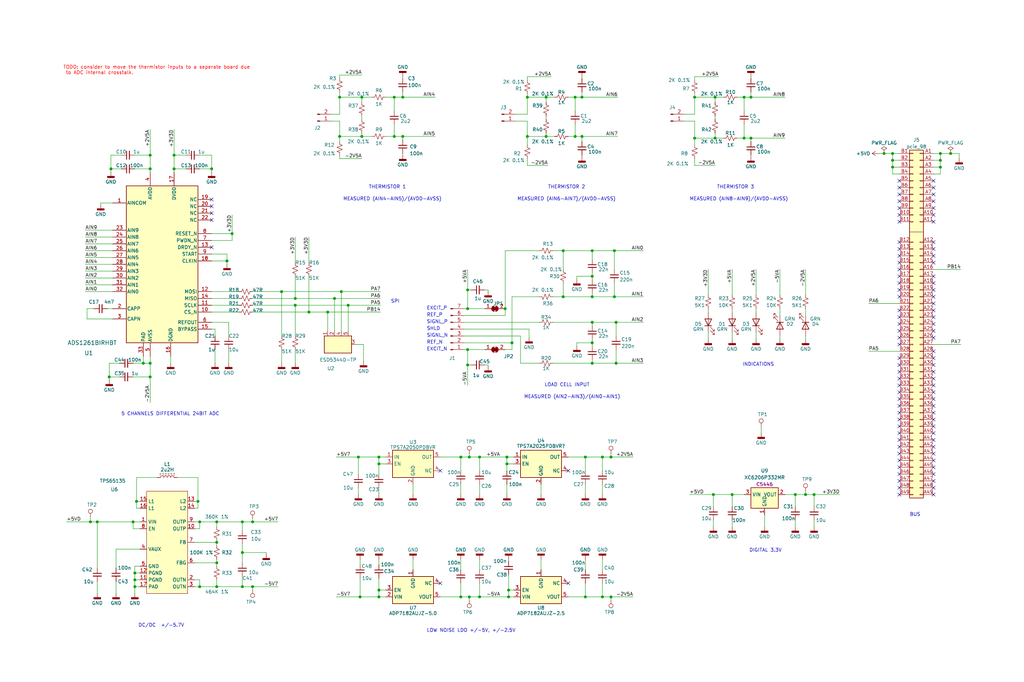
<source format=kicad_sch>
(kicad_sch (version 20230121) (generator eeschema)
  (paper "User" 381 254)
  (title_block (title "ADS1261B ADC BOARD") (rev "0.2"))
  (junction (at 203.2 50.8))
  (junction (at 49.53 194.31))
  (junction (at 173.99 130.175))
  (junction (at 213.995 50.8))
  (junction (at 188.595 170.18))
  (junction (at 203.2 36.195))
  (junction (at 265.43 184.15))
  (junction (at 64.77 62.865))
  (junction (at 133.35 170.18))
  (junction (at 171.45 170.18))
  (junction (at 266.065 51.435))
  (junction (at 196.215 50.8))
  (junction (at 279.4 51.435))
  (junction (at 224.155 222.25))
  (junction (at 188.595 172.72))
  (junction (at 332.105 59.69))
  (junction (at 349.885 57.15))
  (junction (at 93.98 218.44))
  (junction (at 134.62 50.8))
  (junction (at 217.805 222.25))
  (junction (at 174.625 170.18))
  (junction (at 190.5 127.635))
  (junction (at 216.535 50.8))
  (junction (at 134.62 36.195))
  (junction (at 80.645 201.93))
  (junction (at 178.435 170.18))
  (junction (at 220.345 93.345))
  (junction (at 140.97 219.71))
  (junction (at 187.96 114.935))
  (junction (at 295.91 184.15))
  (junction (at 299.72 184.15))
  (junction (at 124.46 111.125))
  (junction (at 146.685 36.195))
  (junction (at 276.86 36.195))
  (junction (at 229.235 135.255))
  (junction (at 93.98 194.31))
  (junction (at 228.6 110.49))
  (junction (at 78.74 62.865))
  (junction (at 133.985 222.25))
  (junction (at 50.165 215.9))
  (junction (at 90.17 218.44))
  (junction (at 121.92 116.205))
  (junction (at 146.685 50.8))
  (junction (at 302.895 184.15))
  (junction (at 129.54 113.665))
  (junction (at 55.88 62.865))
  (junction (at 74.295 218.44))
  (junction (at 258.445 51.435))
  (junction (at 140.97 170.18))
  (junction (at 196.215 36.195))
  (junction (at 228.6 93.345))
  (junction (at 220.345 102.87))
  (junction (at 328.93 57.15))
  (junction (at 220.345 135.255))
  (junction (at 86.36 86.995))
  (junction (at 349.885 59.69))
  (junction (at 173.99 135.89))
  (junction (at 90.17 194.31))
  (junction (at 224.155 170.18))
  (junction (at 220.345 110.49))
  (junction (at 149.86 50.8))
  (junction (at 353.695 57.15))
  (junction (at 127 108.585))
  (junction (at 189.23 222.25))
  (junction (at 220.345 127.635))
  (junction (at 64.77 57.785))
  (junction (at 220.345 120.015))
  (junction (at 55.88 140.335))
  (junction (at 209.55 110.49))
  (junction (at 149.86 36.195))
  (junction (at 229.235 120.015))
  (junction (at 171.45 222.25))
  (junction (at 227.33 222.25))
  (junction (at 55.88 57.785))
  (junction (at 90.17 205.74))
  (junction (at 266.065 36.195))
  (junction (at 140.97 222.25))
  (junction (at 36.195 194.31))
  (junction (at 213.995 36.195))
  (junction (at 74.295 194.31))
  (junction (at 258.445 36.195))
  (junction (at 216.535 36.195))
  (junction (at 80.645 194.31))
  (junction (at 50.165 218.44))
  (junction (at 126.365 36.195))
  (junction (at 227.33 170.18))
  (junction (at 55.88 135.255))
  (junction (at 174.625 222.25))
  (junction (at 217.805 170.18))
  (junction (at 84.455 97.155))
  (junction (at 276.86 51.435))
  (junction (at 109.855 113.665))
  (junction (at 189.23 219.71))
  (junction (at 73.66 186.69))
  (junction (at 40.64 140.335))
  (junction (at 80.645 218.44))
  (junction (at 53.34 135.255))
  (junction (at 33.655 194.31))
  (junction (at 349.885 62.23))
  (junction (at 50.8 186.69))
  (junction (at 126.365 50.8))
  (junction (at 272.415 184.15))
  (junction (at 80.645 209.55))
  (junction (at 332.105 62.23))
  (junction (at 279.4 36.195))
  (junction (at 50.165 213.36))
  (junction (at 114.935 116.205))
  (junction (at 109.855 111.125))
  (junction (at 178.435 222.25))
  (junction (at 173.99 107.95))
  (junction (at 332.105 57.15))
  (junction (at 173.99 114.935))
  (junction (at 140.97 172.72))
  (junction (at 209.55 93.345))
  (junction (at 104.775 108.585))
  (junction (at 41.275 62.865))
  (no_connect (at 347.345 74.93))
  (no_connect (at 334.645 80.01))
  (no_connect (at 211.455 175.26))
  (no_connect (at 211.455 217.17))
  (no_connect (at 334.645 72.39))
  (no_connect (at 347.345 158.75))
  (no_connect (at 334.645 118.11))
  (no_connect (at 347.345 123.19))
  (no_connect (at 347.345 118.11))
  (no_connect (at 334.645 133.35))
  (no_connect (at 334.645 176.53))
  (no_connect (at 347.345 176.53))
  (no_connect (at 347.345 125.73))
  (no_connect (at 347.345 80.01))
  (no_connect (at 334.645 100.33))
  (no_connect (at 78.74 81.915))
  (no_connect (at 334.645 115.57))
  (no_connect (at 347.345 105.41))
  (no_connect (at 347.345 133.35))
  (no_connect (at 78.74 74.295))
  (no_connect (at 347.345 146.05))
  (no_connect (at 334.645 166.37))
  (no_connect (at 334.645 181.61))
  (no_connect (at 347.345 184.15))
  (no_connect (at 334.645 153.67))
  (no_connect (at 334.645 95.25))
  (no_connect (at 347.345 171.45))
  (no_connect (at 78.74 79.375))
  (no_connect (at 347.345 97.79))
  (no_connect (at 334.645 120.65))
  (no_connect (at 334.645 107.95))
  (no_connect (at 334.645 171.45))
  (no_connect (at 347.345 135.89))
  (no_connect (at 347.345 67.31))
  (no_connect (at 347.345 166.37))
  (no_connect (at 347.345 181.61))
  (no_connect (at 334.645 163.83))
  (no_connect (at 163.83 175.26))
  (no_connect (at 347.345 69.85))
  (no_connect (at 334.645 158.75))
  (no_connect (at 334.645 151.13))
  (no_connect (at 347.345 153.67))
  (no_connect (at 347.345 95.25))
  (no_connect (at 334.645 97.79))
  (no_connect (at 334.645 90.17))
  (no_connect (at 163.83 217.17))
  (no_connect (at 334.645 148.59))
  (no_connect (at 347.345 120.65))
  (no_connect (at 334.645 125.73))
  (no_connect (at 334.645 110.49))
  (no_connect (at 347.345 107.95))
  (no_connect (at 334.645 77.47))
  (no_connect (at 334.645 105.41))
  (no_connect (at 347.345 77.47))
  (no_connect (at 347.345 130.81))
  (no_connect (at 334.645 102.87))
  (no_connect (at 347.345 140.97))
  (no_connect (at 334.645 69.85))
  (no_connect (at 347.345 151.13))
  (no_connect (at 347.345 148.59))
  (no_connect (at 334.645 156.21))
  (no_connect (at 334.645 74.93))
  (no_connect (at 347.345 82.55))
  (no_connect (at 347.345 143.51))
  (no_connect (at 334.645 173.99))
  (no_connect (at 347.345 161.29))
  (no_connect (at 347.345 110.49))
  (no_connect (at 334.645 161.29))
  (no_connect (at 78.74 76.835))
  (no_connect (at 347.345 163.83))
  (no_connect (at 334.645 135.89))
  (no_connect (at 334.645 140.97))
  (no_connect (at 334.645 128.27))
  (no_connect (at 334.645 92.71))
  (no_connect (at 334.645 123.19))
  (no_connect (at 347.345 156.21))
  (no_connect (at 334.645 146.05))
  (no_connect (at 334.645 82.55))
  (no_connect (at 334.645 143.51))
  (no_connect (at 334.645 138.43))
  (no_connect (at 347.345 179.07))
  (no_connect (at 78.74 92.075))
  (no_connect (at 334.645 179.07))
  (no_connect (at 334.645 67.31))
  (no_connect (at 347.345 72.39))
  (no_connect (at 334.645 168.91))
  (no_connect (at 347.345 168.91))
  (no_connect (at 347.345 173.99))
  (no_connect (at 347.345 102.87))
  (no_connect (at 347.345 115.57))
  (no_connect (at 334.645 184.15))
  (no_connect (at 347.345 90.17))
  (no_connect (at 347.345 113.03))
  (no_connect (at 347.345 138.43))
  (no_connect (at 347.345 92.71))
  (wire (pts (xy 109.855 88.265) (xy 109.855 97.79)))
  (wire (pts (xy 50.8 186.69) (xy 50.8 189.23)))
  (wire (pts (xy 263.525 114.935) (xy 263.525 116.205)))
  (wire (pts (xy 349.885 59.69) (xy 349.885 57.15)))
  (wire (pts (xy 146.685 36.195) (xy 149.86 36.195)))
  (wire (pts (xy 196.215 45.085) (xy 196.215 50.8)))
  (wire (pts (xy 220.345 133.985) (xy 220.345 135.255)))
  (wire (pts (xy 114.935 116.205) (xy 121.92 116.205)))
  (wire (pts (xy 217.805 212.09) (xy 217.805 208.28)))
  (wire (pts (xy 178.435 180.34) (xy 178.435 184.15)))
  (wire (pts (xy 302.895 184.15) (xy 312.42 184.15)))
  (wire (pts (xy 52.07 196.85) (xy 49.53 196.85)))
  (wire (pts (xy 31.75 93.345) (xy 41.91 93.345)))
  (wire (pts (xy 133.35 170.18) (xy 140.97 170.18)))
  (wire (pts (xy 78.74 108.585) (xy 88.9 108.585)))
  (wire (pts (xy 85.09 125.095) (xy 85.09 120.015)))
  (wire (pts (xy 302.895 193.675) (xy 302.895 196.215)))
  (wire (pts (xy 72.39 186.69) (xy 73.66 186.69)))
  (wire (pts (xy 133.35 181.61) (xy 133.35 184.15)))
  (wire (pts (xy 133.985 222.25) (xy 125.095 222.25)))
  (wire (pts (xy 334.645 113.03) (xy 323.215 113.03)))
  (wire (pts (xy 34.925 114.935) (xy 32.385 114.935)))
  (wire (pts (xy 254.635 45.085) (xy 258.445 45.085)))
  (wire (pts (xy 272.415 114.935) (xy 272.415 116.205)))
  (wire (pts (xy 227.33 222.25) (xy 227.33 223.52)))
  (wire (pts (xy 323.215 130.81) (xy 334.645 130.81)))
  (wire (pts (xy 72.39 215.9) (xy 74.295 215.9)))
  (wire (pts (xy 50.8 177.8) (xy 50.8 186.69)))
  (wire (pts (xy 78.74 111.125) (xy 88.9 111.125)))
  (wire (pts (xy 299.72 182.88) (xy 299.72 184.15)))
  (wire (pts (xy 216.535 50.8) (xy 229.87 50.8)))
  (wire (pts (xy 140.97 170.18) (xy 140.97 172.72)))
  (wire (pts (xy 171.45 208.28) (xy 171.45 212.09)))
  (wire (pts (xy 196.215 50.8) (xy 196.215 53.975)))
  (wire (pts (xy 72.39 218.44) (xy 74.295 218.44)))
  (wire (pts (xy 52.07 210.82) (xy 50.165 210.82)))
  (wire (pts (xy 73.66 177.8) (xy 66.04 177.8)))
  (wire (pts (xy 109.855 130.175) (xy 109.855 135.255)))
  (wire (pts (xy 279.4 51.435) (xy 292.1 51.435)))
  (wire (pts (xy 172.72 127.635) (xy 190.5 127.635)))
  (wire (pts (xy 90.17 205.74) (xy 99.06 205.74)))
  (wire (pts (xy 229.235 120.015) (xy 239.395 120.015)))
  (wire (pts (xy 85.09 130.175) (xy 85.09 135.255)))
  (wire (pts (xy 41.91 75.565) (xy 37.465 75.565)))
  (wire (pts (xy 140.97 222.25) (xy 143.51 222.25)))
  (wire (pts (xy 213.995 50.8) (xy 216.535 50.8)))
  (wire (pts (xy 227.33 168.91) (xy 227.33 170.18)))
  (wire (pts (xy 266.065 43.18) (xy 266.065 44.45)))
  (wire (pts (xy 214.63 128.905) (xy 214.63 127.635)))
  (wire (pts (xy 196.215 28.575) (xy 205.105 28.575)))
  (wire (pts (xy 220.345 120.015) (xy 220.345 121.285)))
  (wire (pts (xy 73.66 177.8) (xy 73.66 186.69)))
  (wire (pts (xy 173.99 130.175) (xy 173.99 135.89)))
  (wire (pts (xy 229.235 130.175) (xy 229.235 135.255)))
  (wire (pts (xy 258.445 36.195) (xy 258.445 42.545)))
  (wire (pts (xy 72.39 201.93) (xy 80.645 201.93)))
  (wire (pts (xy 220.345 110.49) (xy 228.6 110.49)))
  (wire (pts (xy 31.75 85.725) (xy 41.91 85.725)))
  (wire (pts (xy 171.45 170.18) (xy 171.45 175.26)))
  (wire (pts (xy 74.295 196.85) (xy 74.295 194.31)))
  (wire (pts (xy 78.74 113.665) (xy 88.9 113.665)))
  (wire (pts (xy 172.72 114.935) (xy 173.99 114.935)))
  (wire (pts (xy 55.88 140.335) (xy 55.88 149.86)))
  (wire (pts (xy 31.75 95.885) (xy 41.91 95.885)))
  (wire (pts (xy 93.98 218.44) (xy 90.17 218.44)))
  (wire (pts (xy 109.855 102.87) (xy 109.855 111.125)))
  (wire (pts (xy 149.86 57.785) (xy 149.86 57.15)))
  (wire (pts (xy 265.43 193.675) (xy 265.43 196.215)))
  (wire (pts (xy 349.885 62.23) (xy 349.885 59.69)))
  (wire (pts (xy 217.805 217.17) (xy 217.805 222.25)))
  (wire (pts (xy 211.455 50.8) (xy 213.995 50.8)))
  (wire (pts (xy 99.06 205.74) (xy 99.06 206.375)))
  (wire (pts (xy 127 108.585) (xy 141.605 108.585)))
  (wire (pts (xy 84.455 94.615) (xy 84.455 97.155)))
  (wire (pts (xy 224.155 170.18) (xy 227.33 170.18)))
  (wire (pts (xy 52.07 213.36) (xy 50.165 213.36)))
  (wire (pts (xy 188.595 172.72) (xy 188.595 175.26)))
  (wire (pts (xy 263.525 100.33) (xy 263.525 109.855)))
  (wire (pts (xy 126.365 42.545) (xy 123.19 42.545)))
  (wire (pts (xy 80.01 130.175) (xy 80.01 135.255)))
  (wire (pts (xy 146.685 50.8) (xy 149.86 50.8)))
  (wire (pts (xy 80.645 194.31) (xy 80.645 196.215)))
  (wire (pts (xy 216.535 50.8) (xy 216.535 52.705)))
  (wire (pts (xy 146.685 36.195) (xy 146.685 41.275)))
  (wire (pts (xy 347.345 59.69) (xy 349.885 59.69)))
  (wire (pts (xy 36.195 216.535) (xy 36.195 220.98)))
  (wire (pts (xy 43.18 211.455) (xy 43.18 204.47)))
  (wire (pts (xy 187.96 117.475) (xy 172.72 117.475)))
  (wire (pts (xy 174.625 222.25) (xy 178.435 222.25)))
  (wire (pts (xy 80.645 209.55) (xy 80.645 210.82)))
  (wire (pts (xy 49.53 140.335) (xy 55.88 140.335)))
  (wire (pts (xy 217.805 222.25) (xy 224.155 222.25)))
  (wire (pts (xy 123.19 45.085) (xy 126.365 45.085)))
  (wire (pts (xy 134.62 43.18) (xy 134.62 44.45)))
  (wire (pts (xy 196.215 61.595) (xy 203.835 61.595)))
  (wire (pts (xy 140.97 172.72) (xy 143.51 172.72)))
  (wire (pts (xy 188.595 180.34) (xy 188.595 184.15)))
  (wire (pts (xy 173.99 100.33) (xy 173.99 107.95)))
  (wire (pts (xy 104.775 108.585) (xy 127 108.585)))
  (wire (pts (xy 149.86 34.29) (xy 149.86 36.195)))
  (wire (pts (xy 299.72 100.33) (xy 299.72 109.855)))
  (wire (pts (xy 72.39 196.85) (xy 74.295 196.85)))
  (wire (pts (xy 279.4 28.575) (xy 279.4 29.21)))
  (wire (pts (xy 72.39 209.55) (xy 80.645 209.55)))
  (wire (pts (xy 36.195 194.31) (xy 36.195 211.455)))
  (wire (pts (xy 149.86 50.8) (xy 149.86 52.07)))
  (wire (pts (xy 258.445 59.055) (xy 258.445 61.595)))
  (wire (pts (xy 90.17 194.31) (xy 93.98 194.31)))
  (wire (pts (xy 220.345 102.87) (xy 220.345 104.14)))
  (wire (pts (xy 196.215 36.195) (xy 196.215 42.545)))
  (wire (pts (xy 93.98 113.665) (xy 109.855 113.665)))
  (wire (pts (xy 172.72 130.175) (xy 173.99 130.175)))
  (wire (pts (xy 205.74 93.345) (xy 209.55 93.345)))
  (wire (pts (xy 104.775 108.585) (xy 104.775 125.095)))
  (wire (pts (xy 353.695 57.15) (xy 356.87 57.15)))
  (wire (pts (xy 40.64 140.335) (xy 40.64 141.605)))
  (wire (pts (xy 299.72 125.095) (xy 299.72 126.365)))
  (wire (pts (xy 274.32 51.435) (xy 276.86 51.435)))
  (wire (pts (xy 216.535 57.785) (xy 216.535 58.42)))
  (wire (pts (xy 74.295 218.44) (xy 80.645 218.44)))
  (wire (pts (xy 55.88 132.715) (xy 55.88 135.255)))
  (wire (pts (xy 272.415 100.33) (xy 272.415 109.855)))
  (wire (pts (xy 126.365 50.8) (xy 126.365 52.705)))
  (wire (pts (xy 265.43 184.15) (xy 265.43 188.595)))
  (wire (pts (xy 93.98 194.31) (xy 103.505 194.31)))
  (wire (pts (xy 220.345 109.22) (xy 220.345 110.49)))
  (wire (pts (xy 284.48 191.77) (xy 284.48 196.215)))
  (wire (pts (xy 349.885 64.77) (xy 349.885 62.23)))
  (wire (pts (xy 93.98 193.04) (xy 93.98 194.31)))
  (wire (pts (xy 188.595 170.18) (xy 191.135 170.18)))
  (wire (pts (xy 174.625 168.91) (xy 174.625 170.18)))
  (wire (pts (xy 228.6 93.345) (xy 239.395 93.345)))
  (wire (pts (xy 140.97 170.18) (xy 143.51 170.18)))
  (wire (pts (xy 174.625 170.18) (xy 178.435 170.18)))
  (wire (pts (xy 86.36 80.01) (xy 86.36 86.995)))
  (wire (pts (xy 188.595 170.18) (xy 188.595 172.72)))
  (wire (pts (xy 276.86 36.195) (xy 276.86 41.275)))
  (wire (pts (xy 104.775 130.175) (xy 104.775 135.255)))
  (wire (pts (xy 290.195 100.33) (xy 290.195 109.855)))
  (wire (pts (xy 80.645 218.44) (xy 90.17 218.44)))
  (wire (pts (xy 190.5 127.635) (xy 190.5 110.49)))
  (wire (pts (xy 217.805 170.18) (xy 224.155 170.18)))
  (wire (pts (xy 93.98 108.585) (xy 104.775 108.585)))
  (wire (pts (xy 121.92 116.205) (xy 141.605 116.205)))
  (wire (pts (xy 220.345 93.345) (xy 220.345 96.52)))
  (wire (pts (xy 347.345 57.15) (xy 349.885 57.15)))
  (wire (pts (xy 217.805 180.34) (xy 217.805 184.15)))
  (wire (pts (xy 332.105 57.15) (xy 328.93 57.15)))
  (wire (pts (xy 258.445 51.435) (xy 258.445 53.975)))
  (wire (pts (xy 281.305 123.825) (xy 281.305 126.365)))
  (wire (pts (xy 211.455 222.25) (xy 217.805 222.25)))
  (wire (pts (xy 31.75 88.265) (xy 41.91 88.265)))
  (wire (pts (xy 201.295 208.28) (xy 201.295 212.09)))
  (wire (pts (xy 283.21 158.75) (xy 283.21 161.29)))
  (wire (pts (xy 126.365 36.195) (xy 126.365 42.545)))
  (wire (pts (xy 258.445 28.575) (xy 258.445 29.845)))
  (wire (pts (xy 224.155 217.17) (xy 224.155 222.25)))
  (wire (pts (xy 203.2 49.53) (xy 203.2 50.8)))
  (wire (pts (xy 129.54 113.665) (xy 129.54 123.19)))
  (wire (pts (xy 189.23 222.25) (xy 191.135 222.25)))
  (wire (pts (xy 279.4 51.435) (xy 279.4 52.705)))
  (wire (pts (xy 93.98 218.44) (xy 93.98 219.71)))
  (wire (pts (xy 173.99 107.95) (xy 173.99 114.935)))
  (wire (pts (xy 50.165 215.9) (xy 50.165 218.44)))
  (wire (pts (xy 272.415 184.15) (xy 276.86 184.15)))
  (wire (pts (xy 80.645 201.93) (xy 80.645 203.2)))
  (wire (pts (xy 64.77 62.865) (xy 64.77 64.135)))
  (wire (pts (xy 127 108.585) (xy 127 123.19)))
  (wire (pts (xy 140.97 172.72) (xy 140.97 176.53)))
  (wire (pts (xy 196.215 50.8) (xy 203.2 50.8)))
  (wire (pts (xy 78.74 86.995) (xy 86.36 86.995)))
  (wire (pts (xy 295.91 184.15) (xy 295.91 188.595)))
  (wire (pts (xy 220.345 101.6) (xy 220.345 102.87)))
  (wire (pts (xy 295.91 184.15) (xy 299.72 184.15)))
  (wire (pts (xy 209.55 93.345) (xy 220.345 93.345)))
  (wire (pts (xy 140.97 222.25) (xy 133.985 222.25)))
  (wire (pts (xy 220.345 93.345) (xy 228.6 93.345)))
  (wire (pts (xy 187.96 93.345) (xy 200.66 93.345)))
  (wire (pts (xy 171.45 222.25) (xy 171.45 217.17)))
  (wire (pts (xy 173.99 130.175) (xy 180.34 130.175)))
  (wire (pts (xy 220.345 120.015) (xy 229.235 120.015)))
  (wire (pts (xy 347.345 128.27) (xy 357.505 128.27)))
  (wire (pts (xy 209.55 110.49) (xy 220.345 110.49)))
  (wire (pts (xy 50.165 213.36) (xy 50.165 215.9)))
  (wire (pts (xy 216.535 28.575) (xy 216.535 29.21)))
  (wire (pts (xy 146.685 46.355) (xy 146.685 50.8)))
  (wire (pts (xy 133.35 170.18) (xy 133.35 176.53)))
  (wire (pts (xy 224.155 222.25) (xy 227.33 222.25)))
  (wire (pts (xy 31.75 98.425) (xy 41.91 98.425)))
  (wire (pts (xy 205.74 120.015) (xy 220.345 120.015)))
  (wire (pts (xy 40.64 135.255) (xy 40.64 140.335)))
  (wire (pts (xy 50.165 215.9) (xy 52.07 215.9)))
  (wire (pts (xy 263.525 123.825) (xy 263.525 126.365)))
  (wire (pts (xy 334.645 64.77) (xy 332.105 64.77)))
  (wire (pts (xy 227.33 222.25) (xy 235.585 222.25)))
  (wire (pts (xy 180.34 107.95) (xy 181.61 107.95)))
  (wire (pts (xy 132.08 128.27) (xy 135.255 128.27)))
  (wire (pts (xy 153.67 208.28) (xy 153.67 212.09)))
  (wire (pts (xy 272.415 188.595) (xy 272.415 184.15)))
  (wire (pts (xy 36.195 194.31) (xy 49.53 194.31)))
  (wire (pts (xy 228.6 110.49) (xy 239.395 110.49)))
  (wire (pts (xy 126.365 57.785) (xy 126.365 59.055)))
  (wire (pts (xy 178.435 170.18) (xy 188.595 170.18)))
  (wire (pts (xy 191.135 219.71) (xy 189.23 219.71)))
  (wire (pts (xy 178.435 175.26) (xy 178.435 170.18)))
  (wire (pts (xy 203.2 50.8) (xy 206.375 50.8)))
  (wire (pts (xy 126.365 50.8) (xy 134.62 50.8)))
  (wire (pts (xy 41.275 57.785) (xy 41.275 62.865)))
  (wire (pts (xy 216.535 34.29) (xy 216.535 36.195)))
  (wire (pts (xy 44.45 135.255) (xy 40.64 135.255)))
  (wire (pts (xy 41.275 62.865) (xy 45.085 62.865)))
  (wire (pts (xy 133.985 215.265) (xy 133.985 222.25)))
  (wire (pts (xy 290.195 114.935) (xy 290.195 117.475)))
  (wire (pts (xy 33.655 194.31) (xy 36.195 194.31)))
  (wire (pts (xy 78.74 62.865) (xy 78.74 64.135)))
  (wire (pts (xy 31.75 103.505) (xy 41.91 103.505)))
  (wire (pts (xy 209.55 105.41) (xy 209.55 110.49)))
  (wire (pts (xy 172.72 120.015) (xy 200.66 120.015)))
  (wire (pts (xy 266.065 36.195) (xy 269.24 36.195)))
  (wire (pts (xy 126.365 29.21) (xy 126.365 27.94)))
  (wire (pts (xy 292.1 184.15) (xy 295.91 184.15)))
  (wire (pts (xy 171.45 180.34) (xy 171.45 184.15)))
  (wire (pts (xy 171.45 170.18) (xy 174.625 170.18)))
  (wire (pts (xy 93.98 116.205) (xy 114.935 116.205)))
  (wire (pts (xy 74.295 194.31) (xy 80.645 194.31)))
  (wire (pts (xy 90.17 194.31) (xy 90.17 197.485)))
  (wire (pts (xy 216.535 36.195) (xy 229.87 36.195)))
  (wire (pts (xy 228.6 105.41) (xy 228.6 110.49)))
  (wire (pts (xy 214.63 102.87) (xy 214.63 104.14)))
  (wire (pts (xy 40.005 114.935) (xy 41.91 114.935)))
  (wire (pts (xy 84.455 97.155) (xy 84.455 98.425)))
  (wire (pts (xy 134.62 49.53) (xy 134.62 50.8)))
  (wire (pts (xy 49.53 135.255) (xy 53.34 135.255)))
  (wire (pts (xy 213.995 46.355) (xy 213.995 50.8)))
  (wire (pts (xy 64.77 57.785) (xy 64.77 62.865)))
  (wire (pts (xy 74.295 215.9) (xy 74.295 218.44)))
  (wire (pts (xy 134.62 36.195) (xy 134.62 38.1)))
  (wire (pts (xy 78.74 94.615) (xy 84.455 94.615)))
  (wire (pts (xy 279.4 57.785) (xy 279.4 58.42)))
  (wire (pts (xy 173.99 135.89) (xy 173.99 143.51)))
  (wire (pts (xy 129.54 113.665) (xy 141.605 113.665)))
  (wire (pts (xy 332.105 57.15) (xy 332.105 59.69)))
  (wire (pts (xy 80.01 122.555) (xy 80.01 125.095)))
  (wire (pts (xy 55.88 62.865) (xy 55.88 64.135)))
  (wire (pts (xy 55.88 135.255) (xy 55.88 140.335)))
  (wire (pts (xy 266.065 51.435) (xy 269.24 51.435)))
  (wire (pts (xy 217.805 170.18) (xy 217.805 175.26)))
  (wire (pts (xy 224.155 170.18) (xy 224.155 175.26)))
  (wire (pts (xy 121.92 116.205) (xy 121.92 123.19)))
  (wire (pts (xy 50.165 218.44) (xy 50.165 220.98)))
  (wire (pts (xy 50.165 218.44) (xy 52.07 218.44)))
  (wire (pts (xy 196.215 34.925) (xy 196.215 36.195)))
  (wire (pts (xy 276.86 36.195) (xy 279.4 36.195)))
  (wire (pts (xy 32.385 118.745) (xy 41.91 118.745)))
  (wire (pts (xy 299.72 184.15) (xy 302.895 184.15)))
  (wire (pts (xy 78.74 57.785) (xy 78.74 62.865)))
  (wire (pts (xy 53.34 135.255) (xy 55.88 135.255)))
  (wire (pts (xy 332.105 62.23) (xy 334.645 62.23)))
  (wire (pts (xy 109.855 113.665) (xy 109.855 125.095)))
  (wire (pts (xy 347.345 62.23) (xy 349.885 62.23)))
  (wire (pts (xy 196.215 59.055) (xy 196.215 61.595)))
  (wire (pts (xy 178.435 217.17) (xy 178.435 222.25)))
  (wire (pts (xy 114.935 102.87) (xy 114.935 116.205)))
  (wire (pts (xy 196.85 122.555) (xy 196.85 125.73)))
  (wire (pts (xy 276.86 51.435) (xy 279.4 51.435)))
  (wire (pts (xy 193.675 135.255) (xy 200.66 135.255)))
  (wire (pts (xy 49.53 194.31) (xy 52.07 194.31)))
  (wire (pts (xy 55.88 48.26) (xy 55.88 57.785)))
  (wire (pts (xy 229.235 135.255) (xy 239.395 135.255)))
  (wire (pts (xy 78.74 122.555) (xy 80.01 122.555)))
  (wire (pts (xy 191.77 42.545) (xy 196.215 42.545)))
  (wire (pts (xy 134.62 50.8) (xy 138.43 50.8)))
  (wire (pts (xy 191.77 45.085) (xy 196.215 45.085)))
  (wire (pts (xy 258.445 45.085) (xy 258.445 51.435)))
  (wire (pts (xy 332.105 62.23) (xy 332.105 64.77)))
  (wire (pts (xy 149.86 28.575) (xy 149.86 29.21)))
  (wire (pts (xy 279.4 36.195) (xy 292.1 36.195)))
  (wire (pts (xy 93.98 111.125) (xy 109.855 111.125)))
  (wire (pts (xy 203.2 43.18) (xy 203.2 44.45)))
  (wire (pts (xy 140.97 210.185) (xy 140.97 208.28)))
  (wire (pts (xy 114.935 88.265) (xy 114.935 97.79)))
  (wire (pts (xy 172.72 125.095) (xy 193.675 125.095)))
  (wire (pts (xy 149.86 50.8) (xy 161.925 50.8)))
  (wire (pts (xy 188.595 172.72) (xy 191.135 172.72)))
  (wire (pts (xy 63.5 132.715) (xy 63.5 135.255)))
  (wire (pts (xy 41.275 62.865) (xy 41.275 64.135)))
  (wire (pts (xy 143.51 50.8) (xy 146.685 50.8)))
  (wire (pts (xy 31.75 100.965) (xy 41.91 100.965)))
  (wire (pts (xy 211.455 36.195) (xy 213.995 36.195)))
  (wire (pts (xy 295.91 193.675) (xy 295.91 196.215)))
  (wire (pts (xy 276.86 46.355) (xy 276.86 51.435)))
  (wire (pts (xy 103.505 218.44) (xy 93.98 218.44)))
  (wire (pts (xy 43.18 204.47) (xy 52.07 204.47)))
  (wire (pts (xy 272.415 193.675) (xy 272.415 196.215)))
  (wire (pts (xy 334.645 57.15) (xy 332.105 57.15)))
  (wire (pts (xy 189.23 213.995) (xy 189.23 219.71)))
  (wire (pts (xy 178.435 222.25) (xy 189.23 222.25)))
  (wire (pts (xy 220.345 127.635) (xy 214.63 127.635)))
  (wire (pts (xy 43.18 216.535) (xy 43.18 220.98)))
  (wire (pts (xy 180.34 135.89) (xy 181.61 135.89)))
  (wire (pts (xy 163.83 170.18) (xy 171.45 170.18)))
  (wire (pts (xy 205.74 110.49) (xy 209.55 110.49)))
  (wire (pts (xy 171.45 222.25) (xy 174.625 222.25)))
  (wire (pts (xy 224.155 212.09) (xy 224.155 208.28)))
  (wire (pts (xy 74.295 57.785) (xy 78.74 57.785)))
  (wire (pts (xy 78.74 97.155) (xy 84.455 97.155)))
  (wire (pts (xy 173.99 135.89) (xy 175.26 135.89)))
  (wire (pts (xy 90.17 202.565) (xy 90.17 205.74)))
  (wire (pts (xy 274.32 36.195) (xy 276.86 36.195)))
  (wire (pts (xy 224.155 180.34) (xy 224.155 184.15)))
  (wire (pts (xy 181.61 107.95) (xy 181.61 108.585)))
  (wire (pts (xy 32.385 114.935) (xy 32.385 118.745)))
  (wire (pts (xy 220.345 126.365) (xy 220.345 127.635)))
  (wire (pts (xy 74.295 62.865) (xy 78.74 62.865)))
  (wire (pts (xy 64.77 57.785) (xy 69.215 57.785)))
  (wire (pts (xy 265.43 184.15) (xy 272.415 184.15)))
  (wire (pts (xy 90.17 205.74) (xy 90.17 209.55)))
  (wire (pts (xy 279.4 34.29) (xy 279.4 36.195)))
  (wire (pts (xy 40.64 140.335) (xy 44.45 140.335)))
  (wire (pts (xy 201.295 180.34) (xy 201.295 184.15)))
  (wire (pts (xy 258.445 36.195) (xy 266.065 36.195)))
  (wire (pts (xy 229.235 120.015) (xy 229.235 125.095)))
  (wire (pts (xy 172.72 122.555) (xy 196.85 122.555)))
  (wire (pts (xy 149.86 36.195) (xy 161.925 36.195)))
  (wire (pts (xy 86.36 86.995) (xy 86.36 89.535)))
  (wire (pts (xy 196.215 36.195) (xy 203.2 36.195)))
  (wire (pts (xy 109.855 113.665) (xy 129.54 113.665)))
  (wire (pts (xy 213.995 36.195) (xy 216.535 36.195)))
  (wire (pts (xy 347.345 64.77) (xy 349.885 64.77)))
  (wire (pts (xy 31.75 106.045) (xy 41.91 106.045)))
  (wire (pts (xy 356.87 57.15) (xy 356.87 59.055)))
  (wire (pts (xy 302.895 184.15) (xy 302.895 188.595)))
  (wire (pts (xy 187.96 93.345) (xy 187.96 114.935)))
  (wire (pts (xy 126.365 34.29) (xy 126.365 36.195)))
  (wire (pts (xy 124.46 111.125) (xy 124.46 123.19)))
  (wire (pts (xy 78.74 116.205) (xy 88.9 116.205)))
  (wire (pts (xy 31.75 90.805) (xy 41.91 90.805)))
  (wire (pts (xy 349.885 57.15) (xy 353.695 57.15)))
  (wire (pts (xy 73.66 186.69) (xy 73.66 189.23)))
  (wire (pts (xy 213.995 36.195) (xy 213.995 41.275)))
  (wire (pts (xy 347.345 100.33) (xy 357.505 100.33)))
  (wire (pts (xy 72.39 189.23) (xy 73.66 189.23)))
  (wire (pts (xy 211.455 170.18) (xy 217.805 170.18)))
  (wire (pts (xy 33.655 192.405) (xy 33.655 194.31)))
  (wire (pts (xy 50.8 177.8) (xy 58.42 177.8)))
  (wire (pts (xy 53.34 132.715) (xy 53.34 135.255)))
  (wire (pts (xy 78.74 89.535) (xy 86.36 89.535)))
  (wire (pts (xy 140.97 219.71) (xy 140.97 222.25)))
  (wire (pts (xy 80.645 218.44) (xy 80.645 215.9)))
  (wire (pts (xy 174.625 222.25) (xy 174.625 223.52)))
  (wire (pts (xy 143.51 36.195) (xy 146.685 36.195)))
  (wire (pts (xy 189.23 208.915) (xy 189.23 208.28)))
  (wire (pts (xy 203.2 36.195) (xy 206.375 36.195)))
  (wire (pts (xy 227.33 170.18) (xy 235.585 170.18)))
  (wire (pts (xy 72.39 194.31) (xy 74.295 194.31)))
  (wire (pts (xy 214.63 102.87) (xy 220.345 102.87)))
  (wire (pts (xy 163.83 222.25) (xy 171.45 222.25)))
  (wire (pts (xy 332.105 59.69) (xy 332.105 62.23)))
  (wire (pts (xy 80.645 194.31) (xy 90.17 194.31)))
  (wire (pts (xy 109.855 111.125) (xy 124.46 111.125)))
  (wire (pts (xy 220.345 135.255) (xy 229.235 135.255)))
  (wire (pts (xy 50.8 189.23) (xy 52.07 189.23)))
  (wire (pts (xy 328.93 57.15) (xy 327.025 57.15)))
  (wire (pts (xy 134.62 36.195) (xy 138.43 36.195)))
  (wire (pts (xy 193.675 125.095) (xy 193.675 135.255)))
  (wire (pts (xy 45.085 57.785) (xy 41.275 57.785)))
  (wire (pts (xy 187.96 114.935) (xy 187.96 117.475)))
  (wire (pts (xy 258.445 61.595) (xy 266.065 61.595)))
  (wire (pts (xy 173.99 107.95) (xy 175.26 107.95)))
  (wire (pts (xy 50.8 186.69) (xy 52.07 186.69)))
  (wire (pts (xy 258.445 51.435) (xy 266.065 51.435)))
  (wire (pts (xy 140.97 181.61) (xy 140.97 184.15)))
  (wire (pts (xy 126.365 27.94) (xy 134.62 27.94)))
  (wire (pts (xy 50.165 57.785) (xy 55.88 57.785)))
  (wire (pts (xy 173.99 114.935) (xy 180.34 114.935)))
  (wire (pts (xy 37.465 75.565) (xy 37.465 76.2)))
  (wire (pts (xy 124.46 111.125) (xy 141.605 111.125)))
  (wire (pts (xy 64.77 48.26) (xy 64.77 57.785)))
  (wire (pts (xy 50.165 210.82) (xy 50.165 213.36)))
  (wire (pts (xy 126.365 36.195) (xy 134.62 36.195)))
  (wire (pts (xy 190.5 110.49) (xy 200.66 110.49)))
  (wire (pts (xy 299.72 114.935) (xy 299.72 117.475)))
  (wire (pts (xy 189.23 219.71) (xy 189.23 222.25)))
  (wire (pts (xy 220.345 127.635) (xy 220.345 128.905)))
  (wire (pts (xy 80.645 201.295) (xy 80.645 201.93)))
  (wire (pts (xy 125.095 170.18) (xy 133.35 170.18)))
  (wire (pts (xy 126.365 59.055) (xy 134.62 59.055)))
  (wire (pts (xy 64.77 62.865) (xy 69.215 62.865)))
  (wire (pts (xy 258.445 28.575) (xy 267.335 28.575)))
  (wire (pts (xy 187.96 130.175) (xy 190.5 130.175)))
  (wire (pts (xy 80.645 208.28) (xy 80.645 209.55)))
  (wire (pts (xy 85.09 120.015) (xy 78.74 120.015)))
  (wire (pts (xy 140.97 215.265) (xy 140.97 219.71)))
  (wire (pts (xy 205.74 135.255) (xy 220.345 135.255)))
  (wire (pts (xy 209.55 93.345) (xy 209.55 100.33)))
  (wire (pts (xy 126.365 45.085) (xy 126.365 50.8)))
  (wire (pts (xy 266.065 49.53) (xy 266.065 51.435)))
  (wire (pts (xy 228.6 93.345) (xy 228.6 100.33)))
  (wire (pts (xy 153.67 180.34) (xy 153.67 184.15)))
  (wire (pts (xy 281.305 114.935) (xy 281.305 116.205)))
  (wire (pts (xy 181.61 135.89) (xy 181.61 136.525)))
  (wire (pts (xy 258.445 34.925) (xy 258.445 36.195)))
  (wire (pts (xy 135.255 128.27) (xy 135.255 134.62)))
  (wire (pts (xy 196.215 28.575) (xy 196.215 29.845)))
  (wire (pts (xy 50.165 62.865) (xy 55.88 62.865)))
  (wire (pts (xy 90.17 214.63) (xy 90.17 218.44)))
  (wire (pts (xy 281.305 100.33) (xy 281.305 109.855)))
  (wire (pts (xy 41.91 108.585) (xy 31.75 108.585)))
  (wire (pts (xy 266.065 36.195) (xy 266.065 38.1)))
  (wire (pts (xy 290.195 125.095) (xy 290.195 126.365)))
  (wire (pts (xy 190.5 130.175) (xy 190.5 127.635)))
  (wire (pts (xy 332.105 59.69) (xy 334.645 59.69)))
  (wire (pts (xy 24.765 194.31) (xy 33.655 194.31)))
  (wire (pts (xy 256.54 184.15) (xy 265.43 184.15)))
  (wire (pts (xy 55.88 57.785) (xy 55.88 62.865)))
  (wire (pts (xy 203.2 36.195) (xy 203.2 38.1)))
  (wire (pts (xy 272.415 123.825) (xy 272.415 126.365)))
  (wire (pts (xy 140.97 219.71) (xy 143.51 219.71)))
  (wire (pts (xy 49.53 196.85) (xy 49.53 194.31)))
  (wire (pts (xy 254.635 42.545) (xy 258.445 42.545)))
  (wire (pts (xy 133.985 208.28) (xy 133.985 210.185)))
  (wire (pts (xy 178.435 208.28) (xy 178.435 212.09)))
  (text "TODO: consider to move the thermistor inputs to a seperate board due\n to ADC internal crosstalk." (at 23.495 27.94 0) (effects (font (size 1.27 1.27)) (justify left bottom)))
  (text "SIGNL_N" (at 158.75 125.73 0) (effects (font (size 1.27 1.27)) (justify left bottom)))
  (text "REF_N" (at 158.75 128.27 0) (effects (font (size 1.27 1.27)) (justify left bottom)))
  (text "BUS" (at 338.455 192.405 0) (effects (font (size 1.27 1.27)) (justify left bottom)))
  (text "THERMISTOR 3" (at 266.7 70.485 0) (effects (font (size 1.27 1.27)) (justify left bottom)))
  (text "SHLD" (at 158.75 123.19 0) (effects (font (size 1.27 1.27)) (justify left bottom)))
  (text "EXCIT_N" (at 158.75 130.81 0) (effects (font (size 1.27 1.27)) (justify left bottom)))
  (text "MEASURED (AIN4-AIN5)/(AVDD-AVSS)" (at 127.635 74.93 0) (effects (font (size 1.27 1.27)) (justify left bottom)))
  (text "SPI" (at 145.415 113.03 0) (effects (font (size 1.27 1.27)) (justify left bottom)))
  (text "MEASURED (AIN2-AIN3)/(AIN0-AIN1)" (at 194.945 148.59 0) (effects (font (size 1.27 1.27)) (justify left bottom)))
  (text "INDICATIONS" (at 276.225 136.525 0) (effects (font (size 1.27 1.27)) (justify left bottom)))
  (text "THERMISTOR 1" (at 137.16 70.485 0) (effects (font (size 1.27 1.27)) (justify left bottom)))
  (text "MEASURED (AIN6-AIN7)/(AVDD-AVSS)" (at 192.405 74.93 0) (effects (font (size 1.27 1.27)) (justify left bottom)))
  (text "THERMISTOR 2" (at 203.835 70.485 0) (effects (font (size 1.27 1.27)) (justify left bottom)))
  (text "MEASURED (AIN8-AIN9)/(AVDD-AVSS)" (at 256.54 74.93 0) (effects (font (size 1.27 1.27)) (justify left bottom)))
  (text "5 CHANNELS DIFFERENTIAL 24BIT ADC" (at 45.085 154.94 0) (effects (font (size 1.27 1.27)) (justify left bottom)))
  (text "SIGNL_P" (at 158.75 120.65 0) (effects (font (size 1.27 1.27)) (justify left bottom)))
  (text "DIGITAL 3.3V" (at 278.765 205.74 0) (effects (font (size 1.27 1.27)) (justify left bottom)))
  (text "LOAD CELL INPUT" (at 202.565 144.145 0) (effects (font (size 1.27 1.27)) (justify left bottom)))
  (text "REF_P" (at 158.75 118.11 0) (effects (font (size 1.27 1.27)) (justify left bottom)))
  (text "EXCIT_P" (at 158.75 115.57 0) (effects (font (size 1.27 1.27)) (justify left bottom)))
  (text "DC/DC  +/-5.7V" (at 51.435 233.68 0) (effects (font (size 1.27 1.27)) (justify left bottom)))
  (text "LOW NOISE LDO +/-5V, +/-2.5V" (at 158.75 235.585 0) (effects (font (size 1.27 1.27)) (justify left bottom)))
  (label "AIN0" (at 31.75 108.585 0))
  (label "-2V5A" (at 235.585 222.25 180))
  (label "AIN5" (at 31.75 95.885 0))
  (label "PB14" (at 357.505 100.33 180))
  (label "-2V5A" (at 55.88 149.86 90))
  (label "AIN0" (at 239.395 93.345 180))
  (label "-5VA" (at 290.195 100.33 270))
  (label "-5V7" (at 103.505 218.44 180))
  (label "+5V7" (at 103.505 194.31 180))
  (label "+5VD" (at 24.765 194.31 0))
  (label "+5VA" (at 173.99 100.33 270))
  (label "PA5" (at 141.605 113.665 180))
  (label "+3V3D" (at 263.525 100.33 270))
  (label "+2V5A" (at 55.88 48.26 270))
  (label "AIN4" (at 161.925 36.195 180))
  (label "-2V5A" (at 299.72 100.33 270))
  (label "AIN8" (at 31.75 88.265 0))
  (label "AIN3" (at 31.75 100.965 0))
  (label "+2V5A" (at 235.585 170.18 180))
  (label "AIN2" (at 31.75 103.505 0))
  (label "AIN5" (at 161.925 50.8 180))
  (label "-5VA" (at 180.975 222.25 0))
  (label "+3V3D" (at 109.855 88.265 270))
  (label "+5VA" (at 186.055 170.18 180))
  (label "-5V7" (at 125.095 222.25 0))
  (label "+2V5A" (at 134.62 27.94 180))
  (label "+5VD" (at 256.54 184.15 0))
  (label "PA5" (at 323.215 130.81 0))
  (label "+3V3D" (at 64.77 48.26 270))
  (label "+2V5A" (at 267.335 28.575 180))
  (label "AIN8" (at 292.1 36.195 180))
  (label "AIN1" (at 31.75 106.045 0))
  (label "PA7" (at 357.505 128.27 180))
  (label "PB14" (at 141.605 116.205 180))
  (label "+2V5A" (at 281.305 100.33 270))
  (label "AIN4" (at 31.75 98.425 0))
  (label "AIN6" (at 229.87 36.195 180))
  (label "AIN3" (at 239.395 135.255 180))
  (label "-2V5A" (at 203.835 61.595 180))
  (label "+5VA" (at 272.415 100.33 270))
  (label "+2V5A" (at 205.105 28.575 180))
  (label "PA6" (at 141.605 111.125 180))
  (label "AIN9" (at 292.1 51.435 180))
  (label "+3V3D" (at 114.935 88.265 270))
  (label "+3V3D" (at 312.42 184.15 180))
  (label "PA6" (at 323.215 113.03 0))
  (label "-2V5A" (at 266.065 61.595 180))
  (label "AIN7" (at 229.87 50.8 180))
  (label "AIN2" (at 239.395 120.015 180))
  (label "+3V3D" (at 86.36 80.01 270))
  (label "+5V7" (at 125.095 170.18 0))
  (label "AIN6" (at 31.75 93.345 0))
  (label "AIN9" (at 31.75 85.725 0))
  (label "PA7" (at 141.605 108.585 180))
  (label "-5VA" (at 173.99 143.51 90))
  (label "AIN1" (at 239.395 110.49 180))
  (label "AIN7" (at 31.75 90.805 0))
  (label "-2V5A" (at 134.62 59.055 180))
  (symbol (lib_id "common:GND") (at 140.97 208.28 180) (unit 1)
    (property "Reference" "#PWR041" (effects hide))
    (property "Value" "GND" (at 140.97 204.716 0))
  )
  (symbol (lib_id "Device:C_Small") (at 133.35 179.07 0) (mirror y) (unit 1)
    (property "Reference" "C47" (at 131.445 176.53 0) (effects (justify left)))
    (property "Value" "10u" (at 131.445 181.61 0) (effects (justify left)))
    (property "Footprint" "Capacitor_SMD:C_0603_1608Metric" (effects hide))
    (property "LCSC" "C19702" (effects hide))
  )
  (symbol (lib_id "Device:R_Small_US") (at 126.365 55.245 180) (unit 1)
    (property "Reference" "R12" (at 122.555 53.975 0))
    (property "Value" "2K 0.1%" (at 120.65 57.15 0))
    (property "Footprint" "Resistor_SMD:R_0402_1005Metric" (effects hide))
    (property "LCSC" "C852711" (effects hide))
  )
  (symbol (lib_id "common:GND") (at 84.455 98.425 0) (unit 1)
    (property "Reference" "#PWR013" (effects hide))
    (property "Value" "GND" (at 84.455 101.989 0))
  )
  (symbol (lib_id "Device:C_Small") (at 224.155 214.63 0) (mirror y) (unit 1)
    (property "Reference" "C40" (at 226.695 211.455 0))
    (property "Value" "10u" (at 226.695 216.535 0))
    (property "Footprint" "Capacitor_SMD:C_0603_1608Metric" (effects hide))
    (property "LCSC" "C19702" (effects hide))
  )
  (symbol (lib_id "Device:R_Small_US") (at 109.855 100.33 180) (unit 1)
    (property "Reference" "R15" (at 109.855 97.79 0) (effects (justify right)))
    (property "Value" "51K" (at 109.855 103.505 0) (effects (justify right)))
    (property "Footprint" "Resistor_SMD:R_0402_1005Metric" (effects hide))
    (property "LCSC" "C25794" (effects hide))
  )
  (symbol (lib_id "Device:R_Small_US") (at 272.415 112.395 0) (unit 1)
    (property "Reference" "R23" (at 269.24 111.125 0))
    (property "Value" "10K" (at 269.24 113.665 0))
    (property "Footprint" "Resistor_SMD:R_0402_1005Metric" (effects hide))
    (property "LCSC" "C25744" (effects hide))
  )
  (symbol (lib_name "ESD5344D_1") (lib_id "common:ESD5344D") (at 127 128.27 90) (mirror x) (unit 1)
    (property "Reference" "U2" (at 124.46 137.16 90) (effects (justify left)))
    (property "Value" "ESD5344D-TP" (at 132.715 133.985 90) (effects (justify left)))
    (property "Footprint" "common:Diodes_UDFN-10_1.0x2.5mm_P0.5mm" (effects hide))
    (property "LCSC" "C2841840" (effects hide))
  )
  (symbol (lib_id "common:PCIE_98_EDGE") (at 339.725 95.25 0) (unit 1) (in_bom no)
    (property "Reference" "J5" (at 340.995 52.07 0))
    (property "Value" "pcie_98" (at 340.995 54.61 0))
    (property "Footprint" "common:PCIE_98_CARD" (effects hide))
    (property "LCSC" "DNP" (effects hide))
  )
  (symbol (lib_id "common:GND") (at 290.195 126.365 0) (unit 1)
    (property "Reference" "#PWR017" (effects hide))
    (property "Value" "GND" (at 290.195 129.929 0))
  )
  (symbol (lib_id "common:GND") (at 224.155 184.15 0) (unit 1)
    (property "Reference" "#PWR057" (effects hide))
    (property "Value" "GND" (at 224.155 187.714 0))
  )
  (symbol (lib_id "common:GND") (at 299.72 126.365 0) (unit 1)
    (property "Reference" "#PWR016" (effects hide))
    (property "Value" "GND" (at 299.72 129.929 0))
  )
  (symbol (lib_id "Device:R_Small_US") (at 196.215 56.515 180) (unit 1)
    (property "Reference" "R2" (at 192.405 57.15 0))
    (property "Value" "2K 0.1%" (at 191.135 59.69 0))
    (property "Footprint" "Resistor_SMD:R_0402_1005Metric" (effects hide))
    (property "LCSC" "C852711" (effects hide))
  )
  (symbol (lib_id "Device:R_Small_US") (at 299.72 112.395 0) (unit 1)
    (property "Reference" "R26" (at 296.545 111.125 0))
    (property "Value" "5K1" (at 296.545 113.665 0))
    (property "Footprint" "Resistor_SMD:R_0402_1005Metric" (effects hide))
    (property "LCSC" "C25905" (effects hide))
  )
  (symbol (lib_id "Device:R_Small_US") (at 196.215 32.385 180) (unit 1)
    (property "Reference" "R1" (at 193.04 33.02 0))
    (property "Value" "2K 0.1%" (at 191.135 30.48 0))
    (property "Footprint" "Resistor_SMD:R_0402_1005Metric" (effects hide))
    (property "LCSC" "C852711" (effects hide))
  )
  (symbol (lib_id "Device:C_Small") (at 189.23 211.455 0) (mirror y) (unit 1)
    (property "Reference" "C38" (at 186.69 213.995 0))
    (property "Value" "100n" (at 186.055 208.915 0))
    (property "Footprint" "Capacitor_SMD:C_0402_1005Metric" (effects hide))
    (property "LCSC" "C1525" (effects hide))
  )
  (symbol (lib_id "Device:C_Small") (at 276.86 43.815 0) (unit 1)
    (property "Reference" "C5" (at 278.765 43.18 0) (effects (justify left)))
    (property "Value" "2u2" (at 279.1841 45.0986 0) (effects (justify left)))
    (property "Footprint" "Capacitor_SMD:C_0402_1005Metric" (effects hide))
    (property "LCSC" "C12530" (effects hide))
  )
  (symbol (lib_id "Device:C_Small") (at 71.755 62.865 90) (unit 1)
    (property "Reference" "C13" (at 69.215 61.595 90))
    (property "Value" "100n" (at 74.93 61.595 90))
    (property "Footprint" "Capacitor_SMD:C_0402_1005Metric" (effects hide))
    (property "LCSC" "C1525" (effects hide))
  )
  (symbol (lib_id "Device:R_Small_US") (at 114.935 100.33 180) (unit 1)
    (property "Reference" "R16" (at 114.935 97.79 0) (effects (justify right)))
    (property "Value" "51K" (at 114.935 103.505 0) (effects (justify right)))
    (property "Footprint" "Resistor_SMD:R_0402_1005Metric" (effects hide))
    (property "LCSC" "C25794" (effects hide))
  )
  (symbol (lib_id "Device:C_Small") (at 149.86 31.75 0) (unit 1)
    (property "Reference" "C3" (at 151.765 29.21 0) (effects (justify left)))
    (property "Value" "100n" (at 151.765 31.75 0) (effects (justify left)))
    (property "Footprint" "Capacitor_SMD:C_0402_1005Metric" (effects hide))
    (property "LCSC" "C1525" (effects hide))
  )
  (symbol (lib_id "common:GND") (at 214.63 128.905 0) (unit 1)
    (property "Reference" "#PWR014" (effects hide))
    (property "Value" "GND" (at 214.63 132.469 0))
  )
  (symbol (lib_id "Device:C_Small") (at 177.8 135.89 270) (unit 1)
    (property "Reference" "C45" (at 180.34 134.62 90))
    (property "Value" "1u" (at 177.165 139.7 90))
    (property "Footprint" "Capacitor_SMD:C_0402_1005Metric" (effects hide))
    (property "LCSC" "C52923" (effects hide))
  )
  (symbol (lib_id "Device:R_Small_US") (at 126.365 31.75 180) (unit 1)
    (property "Reference" "R3" (at 123.825 29.21 0))
    (property "Value" "2K 0.1%" (at 120.65 32.385 0))
    (property "Footprint" "Resistor_SMD:R_0402_1005Metric" (effects hide))
    (property "LCSC" "C852711" (effects hide))
  )
  (symbol (lib_id "common:GND") (at 356.87 59.055 0) (unit 1)
    (property "Reference" "#PWR05" (effects hide))
    (property "Value" "GND" (at 356.87 62.619 0))
  )
  (symbol (lib_id "common:GND") (at 178.435 184.15 0) (unit 1)
    (property "Reference" "#PWR030" (effects hide))
    (property "Value" "GND" (at 178.435 187.714 0))
  )
  (symbol (lib_id "Device:C_Small") (at 133.985 212.725 0) (mirror y) (unit 1)
    (property "Reference" "C48" (at 138.43 210.82 0) (effects (justify left)))
    (property "Value" "10u" (at 138.43 215.265 0) (effects (justify left)))
    (property "Footprint" "Capacitor_SMD:C_0603_1608Metric" (effects hide))
    (property "LCSC" "C19702" (effects hide))
  )
  (symbol (lib_id "Device:R_Small_US") (at 91.44 108.585 270) (unit 1)
    (property "Reference" "R18" (at 86.995 107.95 90))
    (property "Value" "47R" (at 95.885 107.95 90))
    (property "Footprint" "Resistor_SMD:R_0402_1005Metric" (effects hide))
    (property "LCSC" "C25118" (effects hide))
  )
  (symbol (lib_id "Device:C_Small") (at 46.99 135.255 90) (unit 1)
    (property "Reference" "C44" (at 44.45 133.985 90))
    (property "Value" "100n" (at 50.165 133.985 90))
    (property "Footprint" "Capacitor_SMD:C_0402_1005Metric" (effects hide))
    (property "LCSC" "C1525" (effects hide))
  )
  (symbol (lib_id "Device:R_Small_US") (at 80.645 198.755 0) (unit 1)
    (property "Reference" "R31" (at 84.455 198.755 0))
    (property "Value" "360K 1%" (at 80.645 192.405 0))
    (property "Footprint" "Resistor_SMD:R_0402_1005Metric" (effects hide))
    (property "LCSC" "C308007" (effects hide))
  )
  (symbol (lib_id "common:GND") (at 281.305 126.365 0) (unit 1)
    (property "Reference" "#PWR018" (effects hide))
    (property "Value" "GND" (at 281.305 129.929 0))
  )
  (symbol (lib_name "ADP7182AUJZ_1") (lib_id "adc:ADP7182AUJZ") (at 153.67 219.71 0) (unit 1)
    (property "Reference" "U7" (at 153.67 226.322 0))
    (property "Value" "ADP7182AUJZ-5.0" (at 153.67 228.37 0))
    (property "Footprint" "Package_TO_SOT_SMD:TSOT-23-5" (effects hide))
    (property "Datasheet" "https://www.analog.com/media/en/technical-documentation/data-sheets/ADP7182.pdf" (effects hide))
    (property "LCSC" "C514357" (effects hide))
    (property "JLCRotOffset" "180" (effects hide))
  )
  (symbol (lib_id "common:GND") (at 109.855 135.255 0) (unit 1)
    (property "Reference" "#PWR025" (effects hide))
    (property "Value" "GND" (at 109.855 138.819 0))
  )
  (symbol (lib_id "Device:R_Small_US") (at 203.2 40.64 180) (unit 1)
    (property "Reference" "R39" (at 200.025 39.37 0))
    (property "Value" "2K 0.1%" (at 201.93 34.925 0))
    (property "Footprint" "Resistor_SMD:R_0402_1005Metric" (effects hide))
    (property "LCSC" "C852711" (effects hide))
  )
  (symbol (lib_id "Device:R_Small_US") (at 281.305 112.395 0) (unit 1)
    (property "Reference" "R25" (at 278.13 111.125 0))
    (property "Value" "5K1" (at 278.13 113.665 0))
    (property "Footprint" "Resistor_SMD:R_0402_1005Metric" (effects hide))
    (property "LCSC" "C25905" (effects hide))
  )
  (symbol (lib_id "common:GND") (at 178.435 208.28 180) (unit 1)
    (property "Reference" "#PWR044" (effects hide))
    (property "Value" "GND" (at 178.435 204.716 0))
  )
  (symbol (lib_id "Device:C_Small") (at 217.805 214.63 0) (mirror y) (unit 1)
    (property "Reference" "C39" (at 215.265 212.09 0))
    (property "Value" "100n" (at 215.265 209.55 0))
    (property "Footprint" "Capacitor_SMD:C_0402_1005Metric" (effects hide))
    (property "LCSC" "C1525" (effects hide))
  )
  (symbol (lib_id "Device:R_Small_US") (at 80.645 205.74 0) (unit 1)
    (property "Reference" "R32" (at 84.455 205.74 0))
    (property "Value" "100K 1%" (at 74.93 205.74 0))
    (property "Footprint" "Resistor_SMD:R_0402_1005Metric" (effects hide))
    (property "LCSC" "C25741" (effects hide))
  )
  (symbol (lib_id "common:GND") (at 201.295 208.28 180) (unit 1)
    (property "Reference" "#PWR046" (effects hide))
    (property "Value" "GND" (at 201.295 204.716 0))
  )
  (symbol (lib_id "common:GND") (at 279.4 28.575 180) (unit 1)
    (property "Reference" "#PWR06" (effects hide))
    (property "Value" "GND" (at 279.4 25.011 0))
  )
  (symbol (lib_id "Device:R_Small_US") (at 109.855 127.635 180) (unit 1)
    (property "Reference" "R29" (at 109.855 125.095 0) (effects (justify right)))
    (property "Value" "51K" (at 109.855 130.81 0) (effects (justify right)))
    (property "Footprint" "Resistor_SMD:R_0402_1005Metric" (effects hide))
    (property "LCSC" "C25794" (effects hide))
  )
  (symbol (lib_id "Device:C_Small") (at 140.97 212.725 0) (mirror y) (unit 1)
    (property "Reference" "C34" (at 144.78 212.725 0))
    (property "Value" "100n" (at 144.145 210.185 0))
    (property "Footprint" "Capacitor_SMD:C_0402_1005Metric" (effects hide))
    (property "LCSC" "C1525" (effects hide))
  )
  (symbol (lib_id "common:TestPoint") (at 227.33 170.18 0) (unit 1) (in_bom no)
    (property "Reference" "TP7" (at 226.06 164.465 0) (effects (justify left)))
    (property "Value" "TestPoint" (effects hide))
    (property "Footprint" "common:Test_Pad" (effects hide))
  )
  (symbol (lib_id "breakout:XC6206P332MR") (at 284.48 186.69 0) (unit 1)
    (property "Reference" "U9" (at 284.48 175.26 0))
    (property "Value" "XC6206P332MR" (at 284.48 177.8 0))
    (property "Footprint" "Package_TO_SOT_SMD:SOT-23-3" (effects hide))
    (property "Datasheet" "https://www.holtek.com/documents/10179/116711/HT75xx-1v250.pdf" (effects hide))
    (property "LCSC" "C5446" (at 284.48 180.34 0))
    (property "JLCRotOffset" "180" (effects hide))
  )
  (symbol (lib_id "common:GND") (at 181.61 136.525 0) (unit 1)
    (property "Reference" "#PWR054" (effects hide))
    (property "Value" "GND" (at 181.61 140.089 0))
  )
  (symbol (lib_id "Device:C_Small") (at 265.43 191.135 180) (unit 1)
    (property "Reference" "C29" (at 262.89 189.23 0))
    (property "Value" "10u" (at 262.89 193.04 0))
    (property "Footprint" "Capacitor_SMD:C_0603_1608Metric" (effects hide))
    (property "LCSC" "C19702" (effects hide))
  )
  (symbol (lib_id "Device:LED") (at 299.72 121.285 270) (unit 1)
    (property "Reference" "D4" (at 304.8 120.65 90) (effects (justify right)))
    (property "Value" "GRN" (at 305.435 118.745 90) (effects (justify right)))
    (property "Footprint" "LED_SMD:LED_0603_1608Metric" (effects hide))
    (property "LCSC" "C72043" (effects hide))
  )
  (symbol (lib_id "Jumper:SolderJumper_2_Bridged") (at 184.15 130.175 0) (unit 1) (in_bom no)
    (property "Reference" "JP2" (at 189.23 132.715 0))
    (property "Value" "SolderJumper_2_Bridged" (effects hide))
    (property "Footprint" "Jumper:SolderJumper-2_P1.3mm_Bridged_Pad1.0x1.5mm" (effects hide))
    (property "LCSC" "DNP" (effects hide))
  )
  (symbol (lib_id "common:GND") (at 149.86 57.785 0) (unit 1)
    (property "Reference" "#PWR08" (effects hide))
    (property "Value" "GND" (at 149.86 61.349 0))
  )
  (symbol (lib_id "Device:LED") (at 290.195 121.285 270) (unit 1)
    (property "Reference" "D2" (at 295.275 120.65 90) (effects (justify right)))
    (property "Value" "GRN" (at 295.91 118.745 90) (effects (justify right)))
    (property "Footprint" "LED_SMD:LED_0603_1608Metric" (effects hide))
    (property "LCSC" "C72043" (effects hide))
  )
  (symbol (lib_id "common:GND") (at 135.255 134.62 0) (unit 1)
    (property "Reference" "#PWR015" (effects hide))
    (property "Value" "GND" (at 135.255 138.184 0))
  )
  (symbol (lib_id "Device:C_Small") (at 171.45 177.8 180) (unit 1)
    (property "Reference" "C25" (at 168.91 180.34 0))
    (property "Value" "100n" (at 168.91 175.895 0))
    (property "Footprint" "Capacitor_SMD:C_0402_1005Metric" (effects hide))
    (property "LCSC" "C1525" (effects hide))
  )
  (symbol (lib_id "Device:R_Small_US") (at 80.645 213.36 0) (unit 1)
    (property "Reference" "R33" (at 84.455 213.36 0))
    (property "Value" "464K 1%" (at 80.645 220.345 0))
    (property "Footprint" "Resistor_SMD:R_0402_1005Metric" (effects hide))
    (property "LCSC" "C477740" (effects hide))
  )
  (symbol (lib_id "Device:C_Small") (at 220.345 123.825 0) (unit 1)
    (property "Reference" "C14" (at 222.25 123.19 0) (effects (justify left)))
    (property "Value" "22n" (at 222.6691 125.1086 0) (effects (justify left)))
    (property "Footprint" "Capacitor_SMD:C_0402_1005Metric" (effects hide))
    (property "LCSC" "C1532" (effects hide))
  )
  (symbol (lib_id "common:GND") (at 171.45 184.15 0) (unit 1)
    (property "Reference" "#PWR029" (effects hide))
    (property "Value" "GND" (at 171.45 187.714 0))
  )
  (symbol (lib_id "common:GND") (at 40.64 141.605 0) (unit 1)
    (property "Reference" "#PWR023" (effects hide))
    (property "Value" "GND" (at 40.64 145.169 0))
  )
  (symbol (lib_id "Device:R_Small_US") (at 208.915 36.195 90) (unit 1)
    (property "Reference" "R4" (at 208.915 34.29 90))
    (property "Value" "1K" (at 208.915 38.1 90))
    (property "Footprint" "Resistor_SMD:R_0402_1005Metric" (effects hide))
    (property "LCSC" "C11702" (effects hide))
  )
  (symbol (lib_id "Device:C_Small") (at 47.625 57.785 90) (unit 1)
    (property "Reference" "C10" (at 45.085 56.515 90))
    (property "Value" "1u" (at 50.8 56.515 90))
    (property "Footprint" "Capacitor_SMD:C_0402_1005Metric" (effects hide))
    (property "LCSC" "C52923" (effects hide))
  )
  (symbol (lib_id "Device:C_Small") (at 37.465 114.935 90) (unit 1)
    (property "Reference" "C17" (at 34.925 112.395 90))
    (property "Value" "4n7" (at 40.64 112.395 90))
    (property "Footprint" "Capacitor_SMD:C_0402_1005Metric" (effects hide))
    (property "LCSC" "C1538" (effects hide))
  )
  (symbol (lib_id "common:GND") (at 214.63 104.14 0) (unit 1)
    (property "Reference" "#PWR012" (effects hide))
    (property "Value" "GND" (at 214.63 107.704 0))
  )
  (symbol (lib_id "power:+5VD") (at 327.025 57.15 90) (unit 1)
    (property "Reference" "#PWR04" (effects hide))
    (property "Value" "+5VD" (at 323.8501 57.15 90) (effects (justify left)))
  )
  (symbol (lib_id "Device:R_Small_US") (at 271.78 36.195 90) (unit 1)
    (property "Reference" "R10" (at 271.78 34.29 90))
    (property "Value" "1K" (at 271.78 38.1 90))
    (property "Footprint" "Resistor_SMD:R_0402_1005Metric" (effects hide))
    (property "LCSC" "C11702" (effects hide))
  )
  (symbol (lib_id "Device:C_Small") (at 140.97 179.07 180) (unit 1)
    (property "Reference" "C23" (at 139.065 182.245 0))
    (property "Value" "100n" (at 138.43 177.165 0))
    (property "Footprint" "Capacitor_SMD:C_0402_1005Metric" (effects hide))
    (property "LCSC" "C1525" (effects hide))
  )
  (symbol (lib_id "common:TestPoint") (at 227.33 222.25 180) (unit 1) (in_bom no)
    (property "Reference" "TP8" (at 228.6 227.965 0) (effects (justify left)))
    (property "Value" "TestPoint" (effects hide))
    (property "Footprint" "common:Test_Pad" (effects hide))
  )
  (symbol (lib_id "common:GND") (at 295.91 196.215 0) (unit 1)
    (property "Reference" "#PWR037" (effects hide))
    (property "Value" "GND" (at 295.91 199.779 0))
  )
  (symbol (lib_id "adc:ADS1261IRHBR") (at 55.88 125.095 0) (unit 1)
    (property "Reference" "U1" (at 33.02 131.445 0) (effects (font (size 1.524 1.524))))
    (property "Value" "ADS1261BIRHBT" (at 34.29 127.635 0) (effects (font (size 1.524 1.524))))
    (property "Footprint" "adc:RHB0032E" (effects hide))
    (property "Datasheet" "ADS1261IRHBR" (effects hide))
    (property "LCSC" "C2669964" (effects hide))
  )
  (symbol (lib_id "common:GND") (at 272.415 126.365 0) (unit 1)
    (property "Reference" "#PWR019" (effects hide))
    (property "Value" "GND" (at 272.415 129.929 0))
  )
  (symbol (lib_id "common:GND") (at 216.535 28.575 180) (unit 1)
    (property "Reference" "#PWR01" (effects hide))
    (property "Value" "GND" (at 216.535 25.011 0))
  )
  (symbol (lib_id "Device:R_Small_US") (at 134.62 46.99 180) (unit 1)
    (property "Reference" "R38" (at 131.445 48.26 0))
    (property "Value" "2K 0.1%" (at 133.35 52.705 0))
    (property "Footprint" "Resistor_SMD:R_0402_1005Metric" (effects hide))
    (property "LCSC" "C852711" (effects hide))
  )
  (symbol (lib_id "Device:R_Small_US") (at 203.2 46.99 180) (unit 1)
    (property "Reference" "R40" (at 200.025 48.26 0))
    (property "Value" "2K 0.1%" (at 201.93 52.705 0))
    (property "Footprint" "Resistor_SMD:R_0402_1005Metric" (effects hide))
    (property "LCSC" "C852711" (effects hide))
  )
  (symbol (lib_id "Jumper:SolderJumper_2_Bridged") (at 184.15 114.935 0) (unit 1) (in_bom no)
    (property "Reference" "JP1" (at 185.42 113.03 0))
    (property "Value" "SolderJumper_2_Bridged" (effects hide))
    (property "Footprint" "Jumper:SolderJumper-2_P1.3mm_Bridged_Pad1.0x1.5mm" (effects hide))
    (property "LCSC" "DNP" (effects hide))
  )
  (symbol (lib_id "Device:C_Small") (at 213.995 43.815 0) (unit 1)
    (property "Reference" "C1" (at 215.9 43.18 0) (effects (justify left)))
    (property "Value" "2u2" (at 216.3191 45.0986 0) (effects (justify left)))
    (property "Footprint" "Capacitor_SMD:C_0402_1005Metric" (effects hide))
    (property "LCSC" "C12530" (effects hide))
  )
  (symbol (lib_id "common:GND") (at 181.61 108.585 0) (unit 1)
    (property "Reference" "#PWR055" (effects hide))
    (property "Value" "GND" (at 181.61 112.149 0))
  )
  (symbol (lib_id "Device:R_Small_US") (at 208.915 50.8 90) (unit 1)
    (property "Reference" "R5" (at 208.915 48.895 90))
    (property "Value" "1K" (at 208.915 53.34 90))
    (property "Footprint" "Resistor_SMD:R_0402_1005Metric" (effects hide))
    (property "LCSC" "C11702" (effects hide))
  )
  (symbol (lib_id "common:GND") (at 216.535 58.42 0) (unit 1)
    (property "Reference" "#PWR02" (effects hide))
    (property "Value" "GND" (at 216.535 61.984 0))
  )
  (symbol (lib_id "Device:C_Small") (at 224.155 177.8 180) (unit 1)
    (property "Reference" "C28" (at 226.695 180.975 0))
    (property "Value" "10u" (at 226.695 175.895 0))
    (property "Footprint" "Capacitor_SMD:C_0603_1608Metric" (effects hide))
    (property "LCSC" "C19702" (effects hide))
  )
  (symbol (lib_id "Device:R_Small_US") (at 290.195 112.395 0) (unit 1)
    (property "Reference" "R24" (at 287.02 111.125 0))
    (property "Value" "10K" (at 287.02 113.665 0))
    (property "Footprint" "Resistor_SMD:R_0402_1005Metric" (effects hide))
    (property "LCSC" "C25744" (effects hide))
  )
  (symbol (lib_id "Device:R_Small_US") (at 203.2 110.49 270) (mirror x) (unit 1)
    (property "Reference" "R36" (at 203.835 113.03 90))
    (property "Value" "2K 0.1%" (at 201.93 107.95 90))
    (property "Footprint" "Resistor_SMD:R_0402_1005Metric" (effects hide))
    (property "LCSC" "C852711" (effects hide))
  )
  (symbol (lib_id "Device:C_Small") (at 220.345 131.445 0) (unit 1)
    (property "Reference" "C20" (at 222.25 130.81 0) (effects (justify left)))
    (property "Value" "22n" (at 222.6691 132.7286 0) (effects (justify left)))
    (property "Footprint" "Capacitor_SMD:C_0402_1005Metric" (effects hide))
    (property "LCSC" "C1532" (effects hide))
  )
  (symbol (lib_id "Device:R_Small_US") (at 140.97 36.195 90) (unit 1)
    (property "Reference" "R6" (at 140.97 33.655 90))
    (property "Value" "1K" (at 140.97 38.735 90))
    (property "Footprint" "Resistor_SMD:R_0402_1005Metric" (effects hide))
    (property "LCSC" "C11702" (effects hide))
  )
  (symbol (lib_id "common:GND") (at 99.06 206.375 0) (unit 1)
    (property "Reference" "#PWR048" (effects hide))
    (property "Value" "GND" (at 99.06 209.939 0))
  )
  (symbol (lib_id "Device:C_Small") (at 80.01 127.635 0) (unit 1)
    (property "Reference" "C21" (at 76.2 125.095 0) (effects (justify left)))
    (property "Value" "1u" (at 77.47 130.175 0) (effects (justify left)))
    (property "Footprint" "Capacitor_SMD:C_0402_1005Metric" (effects hide))
    (property "LCSC" "C52923" (effects hide))
  )
  (symbol (lib_id "Device:C_Small") (at 71.755 57.785 90) (unit 1)
    (property "Reference" "C11" (at 69.215 56.515 90))
    (property "Value" "1u" (at 74.93 56.515 90))
    (property "Footprint" "Capacitor_SMD:C_0402_1005Metric" (effects hide))
    (property "LCSC" "C52923" (effects hide))
  )
  (symbol (lib_id "common:GND") (at 133.35 184.15 0) (unit 1)
    (property "Reference" "#PWR026" (effects hide))
    (property "Value" "GND" (at 133.35 187.714 0))
  )
  (symbol (lib_id "Device:C_Small") (at 220.345 106.68 0) (unit 1)
    (property "Reference" "C16" (at 222.25 106.045 0) (effects (justify left)))
    (property "Value" "22n" (at 222.6691 107.9636 0) (effects (justify left)))
    (property "Footprint" "Capacitor_SMD:C_0402_1005Metric" (effects hide))
    (property "LCSC" "C1532" (effects hide))
  )
  (symbol (lib_id "Device:R_Small_US") (at 258.445 56.515 180) (unit 1)
    (property "Reference" "R8" (at 254.635 57.15 0))
    (property "Value" "2K 0.1%" (at 252.095 60.96 0))
    (property "Footprint" "Resistor_SMD:R_0402_1005Metric" (effects hide))
    (property "LCSC" "C328418" (effects hide))
  )
  (symbol (lib_id "Device:C_Small") (at 146.685 43.815 0) (unit 1)
    (property "Reference" "C6" (at 148.59 43.18 0) (effects (justify left)))
    (property "Value" "2u2" (at 149.0091 45.0986 0) (effects (justify left)))
    (property "Footprint" "Capacitor_SMD:C_0402_1005Metric" (effects hide))
    (property "LCSC" "C12530" (effects hide))
  )
  (symbol (lib_id "adc:TPS65135") (at 62.23 201.93 0) (unit 1)
    (property "Reference" "U6" (at 42.545 182.245 0))
    (property "Value" "TPS65135" (at 41.91 179.07 0))
    (property "Footprint" "adc:WQFN-16-1EP_3x3mm_P0.5mm_EP1.68x1.68mm_ThermalVias" (effects hide))
    (property "LCSC" "C57950" (effects hide))
  )
  (symbol (lib_id "Device:C_Small") (at 272.415 191.135 180) (unit 1)
    (property "Reference" "C30" (at 274.955 189.23 0))
    (property "Value" "100n" (at 274.955 193.675 0))
    (property "Footprint" "Capacitor_SMD:C_0402_1005Metric" (effects hide))
    (property "LCSC" "C1525" (effects hide))
  )
  (symbol (lib_id "Device:LED") (at 272.415 120.015 90) (unit 1)
    (property "Reference" "D1" (at 267.335 120.65 90) (effects (justify right)))
    (property "Value" "GRN" (at 266.7 122.555 90) (effects (justify right)))
    (property "Footprint" "LED_SMD:LED_0603_1608Metric" (effects hide))
    (property "LCSC" "C72043" (effects hide))
  )
  (symbol (lib_id "common:GND") (at 217.805 184.15 0) (unit 1)
    (property "Reference" "#PWR033" (effects hide))
    (property "Value" "GND" (at 217.805 187.714 0))
  )
  (symbol (lib_id "Connector:Conn_01x02_Pin") (at 186.69 45.085 0) (mirror x) (unit 1)
    (property "Reference" "J3" (at 187.325 40.005 0))
    (property "Value" "Conn_01x02_Pin" (effects hide))
    (property "Footprint" "adc:connector_2pins_horizontal" (effects hide))
    (property "LCSC" "C30436" (effects hide))
    (property "JLCRotOffset" "180" (effects hide))
  )
  (symbol (lib_id "Device:C_Small") (at 295.91 191.135 180) (unit 1)
    (property "Reference" "C31" (at 293.37 188.595 0))
    (property "Value" "100n" (at 293.37 193.04 0))
    (property "Footprint" "Capacitor_SMD:C_0402_1005Metric" (effects hide))
    (property "LCSC" "C1525" (effects hide))
  )
  (symbol (lib_id "power:PWR_FLAG") (at 353.695 57.15 0) (unit 1)
    (property "Reference" "#FLG02" (effects hide))
    (property "Value" "PWR_FLAG" (at 353.695 53.205 0))
  )
  (symbol (lib_id "common:GND") (at 302.895 196.215 0) (unit 1)
    (property "Reference" "#PWR038" (effects hide))
    (property "Value" "GND" (at 302.895 199.779 0))
  )
  (symbol (lib_id "common:GND") (at 283.21 161.29 0) (unit 1)
    (property "Reference" "#PWR020" (effects hide))
    (property "Value" "GND" (at 283.21 164.854 0))
  )
  (symbol (lib_id "common:GND") (at 188.595 184.15 0) (unit 1)
    (property "Reference" "#PWR031" (effects hide))
    (property "Value" "GND" (at 188.595 187.714 0))
  )
  (symbol (lib_id "Device:L_Ferrite") (at 62.23 177.8 90) (unit 1)
    (property "Reference" "L1" (at 62.23 172.823 90))
    (property "Value" "2u2H" (at 62.23 174.871 90))
    (property "Footprint" "adc:Inductor_C329578" (effects hide))
    (property "LCSC" "C329578" (effects hide))
  )
  (symbol (lib_id "common:GND") (at 104.775 135.255 0) (unit 1)
    (property "Reference" "#PWR024" (effects hide))
    (property "Value" "GND" (at 104.775 138.819 0))
  )
  (symbol (lib_id "Connector:Conn_01x02_Pin") (at 118.11 45.085 0) (mirror x) (unit 1)
    (property "Reference" "J2" (at 118.11 47.625 0))
    (property "Value" "Conn_01x02_Pin" (effects hide))
    (property "Footprint" "adc:connector_2pins_horizontal" (effects hide))
    (property "LCSC" "C30436" (effects hide))
    (property "JLCRotOffset" "180" (effects hide))
  )
  (symbol (lib_id "common:TestPoint") (at 33.655 193.675 0) (unit 1) (in_bom no)
    (property "Reference" "TP2" (at 32.385 187.96 0) (effects (justify left)))
    (property "Value" "TestPoint" (effects hide))
    (property "Footprint" "common:Test_Pad" (effects hide))
  )
  (symbol (lib_id "Connector:Conn_01x07_Pin") (at 167.64 122.555 0) (mirror x) (unit 1)
    (property "Reference" "J1" (at 168.275 133.35 0))
    (property "Value" "Conn_01x07_Pin" (effects hide))
    (property "Footprint" "adc:connector_7pins_horizontal" (effects hide))
    (property "LCSC" "C70896" (effects hide))
  )
  (symbol (lib_id "adc:TPS7A2050") (at 153.67 172.72 0) (unit 1)
    (property "Reference" "U3" (at 153.67 164.6301 0))
    (property "Value" "TPS7A2050PDBVR" (at 153.67 166.5511 0))
    (property "Footprint" "adc:SOT-23-5" (effects hide))
    (property "LCSC" "C2864504" (effects hide))
  )
  (symbol (lib_id "Device:C_Small") (at 46.99 140.335 90) (unit 1)
    (property "Reference" "C35" (at 44.45 139.065 90))
    (property "Value" "1u" (at 50.165 139.065 90))
    (property "Footprint" "Capacitor_SMD:C_0402_1005Metric" (effects hide))
    (property "LCSC" "C52923" (effects hide))
  )
  (symbol (lib_id "Device:C_Small") (at 279.4 31.75 0) (unit 1)
    (property "Reference" "C7" (at 281.305 31.115 0) (effects (justify left)))
    (property "Value" "100n" (at 281.7241 33.0336 0) (effects (justify left)))
    (property "Footprint" "Capacitor_SMD:C_0402_1005Metric" (effects hide))
    (property "LCSC" "C1525" (effects hide))
  )
  (symbol (lib_id "Device:R_Small_US") (at 140.97 50.8 90) (unit 1)
    (property "Reference" "R9" (at 140.97 48.26 90))
    (property "Value" "1K" (at 140.97 53.34 90))
    (property "Footprint" "Resistor_SMD:R_0402_1005Metric" (effects hide))
    (property "LCSC" "C11702" (effects hide))
  )
  (symbol (lib_id "Device:C_Small") (at 47.625 62.865 90) (unit 1)
    (property "Reference" "C12" (at 45.085 61.595 90))
    (property "Value" "100n" (at 50.8 61.595 90))
    (property "Footprint" "Capacitor_SMD:C_0402_1005Metric" (effects hide))
    (property "LCSC" "C1525" (effects hide))
  )
  (symbol (lib_id "Device:R_Small_US") (at 91.44 111.125 270) (unit 1)
    (property "Reference" "R19" (at 86.995 110.49 90))
    (property "Value" "47R" (at 95.885 110.49 90))
    (property "Footprint" "Resistor_SMD:R_0402_1005Metric" (effects hide))
    (property "LCSC" "C25118" (effects hide))
  )
  (symbol (lib_id "common:GND") (at 140.97 184.15 0) (unit 1)
    (property "Reference" "#PWR027" (effects hide))
    (property "Value" "GND" (at 140.97 187.714 0))
  )
  (symbol (lib_id "common:GND") (at 153.67 184.15 0) (unit 1)
    (property "Reference" "#PWR028" (effects hide))
    (property "Value" "GND" (at 153.67 187.714 0))
  )
  (symbol (lib_id "power:PWR_FLAG") (at 328.93 57.15 0) (unit 1)
    (property "Reference" "#FLG01" (effects hide))
    (property "Value" "PWR_FLAG" (at 328.93 53.205 0))
  )
  (symbol (lib_id "Device:C_Small") (at 85.09 127.635 0) (unit 1)
    (property "Reference" "C22" (at 85.09 125.095 0) (effects (justify left)))
    (property "Value" "10u" (at 85.09 130.175 0) (effects (justify left)))
    (property "Footprint" "Capacitor_SMD:C_0603_1608Metric" (effects hide))
    (property "LCSC" "C19702" (effects hide))
  )
  (symbol (lib_id "adc:TPS7A2050") (at 201.295 172.72 0) (unit 1)
    (property "Reference" "U4" (at 201.295 164.06 0))
    (property "Value" "TPS7A2025PDBVR\r" (at 201.295 166.108 0))
    (property "Footprint" "adc:SOT-23-5" (effects hide))
    (property "LCSC" "C2869949" (effects hide))
  )
  (symbol (lib_id "Device:C_Small") (at 220.345 99.06 0) (unit 1)
    (property "Reference" "C18" (at 222.25 98.425 0) (effects (justify left)))
    (property "Value" "22n" (at 222.6691 100.3436 0) (effects (justify left)))
    (property "Footprint" "Capacitor_SMD:C_0402_1005Metric" (effects hide))
    (property "LCSC" "C1532" (effects hide))
  )
  (symbol (lib_id "common:GND") (at 196.85 125.73 0) (unit 1)
    (property "Reference" "#PWR053" (effects hide))
    (property "Value" "GND" (at 196.85 129.294 0))
  )
  (symbol (lib_id "Connector:Conn_01x02_Pin") (at 249.555 45.085 0) (mirror x) (unit 1)
    (property "Reference" "J4" (at 250.19 40.005 0))
    (property "Value" "Conn_01x02_Pin" (effects hide))
    (property "Footprint" "adc:connector_2pins_horizontal" (effects hide))
    (property "LCSC" "C30436" (effects hide))
    (property "JLCRotOffset" "180" (effects hide))
  )
  (symbol (lib_id "common:GND") (at 217.805 208.28 180) (unit 1)
    (property "Reference" "#PWR047" (effects hide))
    (property "Value" "GND" (at 217.805 204.716 0))
  )
  (symbol (lib_id "Device:C_Small") (at 216.535 31.75 0) (unit 1)
    (property "Reference" "C2" (at 218.44 31.115 0) (effects (justify left)))
    (property "Value" "100n" (at 218.8591 33.0336 0) (effects (justify left)))
    (property "Footprint" "Capacitor_SMD:C_0402_1005Metric" (effects hide))
    (property "LCSC" "C1525" (effects hide))
  )
  (symbol (lib_id "common:TestPoint") (at 93.98 218.44 180) (unit 1) (in_bom no)
    (property "Reference" "TP4" (at 95.25 224.155 0) (effects (justify left)))
    (property "Value" "TestPoint" (effects hide))
    (property "Footprint" "common:Test_Pad" (effects hide))
  )
  (symbol (lib_id "Device:C_Small") (at 216.535 55.245 0) (unit 1)
    (property "Reference" "C4" (at 218.44 54.61 0) (effects (justify left)))
    (property "Value" "100n" (at 218.8591 56.5286 0) (effects (justify left)))
    (property "Footprint" "Capacitor_SMD:C_0402_1005Metric" (effects hide))
    (property "LCSC" "C1525" (effects hide))
  )
  (symbol (lib_id "Device:R_Small_US") (at 203.2 120.015 90) (unit 1)
    (property "Reference" "R34" (at 203.2 118.11 90))
    (property "Value" "1K" (at 203.2 121.92 90))
    (property "Footprint" "Resistor_SMD:R_0402_1005Metric" (effects hide))
    (property "LCSC" "C11702" (effects hide))
  )
  (symbol (lib_id "common:TestPoint") (at 299.72 184.15 0) (unit 1) (in_bom no)
    (property "Reference" "TP9" (at 298.45 178.435 0) (effects (justify left)))
    (property "Value" "TestPoint" (effects hide))
    (property "Footprint" "common:Test_Pad" (effects hide))
  )
  (symbol (lib_id "common:GND") (at 80.01 135.255 0) (unit 1)
    (property "Reference" "#PWR021" (effects hide))
    (property "Value" "GND" (at 80.01 138.819 0))
  )
  (symbol (lib_id "common:GND") (at 133.985 208.28 180) (unit 1)
    (property "Reference" "#PWR039" (effects hide))
    (property "Value" "GND" (at 133.985 204.716 0))
  )
  (symbol (lib_id "common:GND") (at 279.4 58.42 0) (unit 1)
    (property "Reference" "#PWR07" (effects hide))
    (property "Value" "GND" (at 279.4 61.984 0))
  )
  (symbol (lib_id "common:GND") (at 189.23 208.28 180) (unit 1)
    (property "Reference" "#PWR045" (effects hide))
    (property "Value" "GND" (at 189.23 204.716 0))
  )
  (symbol (lib_id "Device:C_Small") (at 177.8 107.95 90) (unit 1)
    (property "Reference" "C46" (at 177.8 104.775 90))
    (property "Value" "1u" (at 177.8 111.125 90))
    (property "Footprint" "Capacitor_SMD:C_0402_1005Metric" (effects hide))
    (property "LCSC" "C52923" (effects hide))
  )
  (symbol (lib_id "Device:R_Small_US") (at 209.55 102.87 180) (unit 1)
    (property "Reference" "R30" (at 206.375 102.87 0))
    (property "Value" "2K 0.1%" (at 205.105 100.33 0))
    (property "Footprint" "Resistor_SMD:R_0402_1005Metric" (effects hide))
    (property "LCSC" "C852711" (effects hide))
  )
  (symbol (lib_id "Device:C_Small") (at 302.895 191.135 180) (unit 1)
    (property "Reference" "C32" (at 305.435 188.595 0))
    (property "Value" "10u" (at 305.435 193.675 0))
    (property "Footprint" "Capacitor_SMD:C_0603_1608Metric" (effects hide))
    (property "LCSC" "C19702" (effects hide))
  )
  (symbol (lib_id "Device:R_Small_US") (at 203.2 135.255 90) (unit 1)
    (property "Reference" "R20" (at 203.2 133.35 90))
    (property "Value" "1K" (at 203.2 137.16 90))
    (property "Footprint" "Resistor_SMD:R_0402_1005Metric" (effects hide))
    (property "LCSC" "C11702" (effects hide))
  )
  (symbol (lib_id "common:GND") (at 272.415 196.215 0) (unit 1)
    (property "Reference" "#PWR035" (effects hide))
    (property "Value" "GND" (at 272.415 199.779 0))
  )
  (symbol (lib_id "Device:R_Small_US") (at 203.2 93.345 270) (unit 1)
    (property "Reference" "R13" (at 203.835 90.805 90))
    (property "Value" "2K 0.1%" (at 201.93 95.885 90))
    (property "Footprint" "Resistor_SMD:R_0402_1005Metric" (effects hide))
    (property "LCSC" "C852711" (effects hide))
  )
  (symbol (lib_id "common:TestPoint") (at 174.625 222.25 180) (unit 1) (in_bom no)
    (property "Reference" "TP6" (at 175.895 227.965 0) (effects (justify left)))
    (property "Value" "TestPoint" (effects hide))
    (property "Footprint" "common:Test_Pad" (effects hide))
  )
  (symbol (lib_id "common:TestPoint") (at 283.21 160.02 0) (unit 1) (in_bom no)
    (property "Reference" "TP1" (at 281.94 154.305 0) (effects (justify left)))
    (property "Value" "TestPoint" (effects hide))
    (property "Footprint" "common:Test_Pad" (effects hide))
  )
  (symbol (lib_id "Device:R_Small_US") (at 258.445 32.385 180) (unit 1)
    (property "Reference" "R7" (at 255.27 33.02 0))
    (property "Value" "2K 0.1%" (at 252.73 29.845 0))
    (property "Footprint" "Resistor_SMD:R_0402_1005Metric" (effects hide))
    (property "LCSC" "C852711" (effects hide))
  )
  (symbol (lib_id "common:GND") (at 201.295 184.15 0) (unit 1)
    (property "Reference" "#PWR032" (effects hide))
    (property "Value" "GND" (at 201.295 187.714 0))
  )
  (symbol (lib_id "Device:C_Small") (at 188.595 177.8 0) (mirror x) (unit 1)
    (property "Reference" "C24" (at 191.135 175.895 0))
    (property "Value" "100n" (at 191.77 180.34 0))
    (property "Footprint" "Capacitor_SMD:C_0402_1005Metric" (effects hide))
    (property "LCSC" "C1525" (effects hide))
  )
  (symbol (lib_id "Device:C_Small") (at 217.805 177.8 180) (unit 1)
    (property "Reference" "C27" (at 215.265 180.34 0))
    (property "Value" "100n" (at 215.265 175.895 0))
    (property "Footprint" "Capacitor_SMD:C_0402_1005Metric" (effects hide))
    (property "LCSC" "C1525" (effects hide))
  )
  (symbol (lib_id "common:GND") (at 85.09 135.255 0) (unit 1)
    (property "Reference" "#PWR022" (effects hide))
    (property "Value" "GND" (at 85.09 138.819 0))
  )
  (symbol (lib_id "Device:C_Small") (at 171.45 214.63 0) (mirror y) (unit 1)
    (property "Reference" "C36" (at 168.91 212.09 0))
    (property "Value" "100n" (at 168.91 209.55 0))
    (property "Footprint" "Capacitor_SMD:C_0402_1005Metric" (effects hide))
    (property "LCSC" "C1525" (effects hide))
  )
  (symbol (lib_id "common:TestPoint") (at 174.625 170.18 0) (unit 1) (in_bom no)
    (property "Reference" "TP5" (at 173.355 164.465 0) (effects (justify left)))
    (property "Value" "TestPoint" (effects hide))
    (property "Footprint" "common:Test_Pad" (effects hide))
  )
  (symbol (lib_id "common:GND") (at 284.48 196.215 0) (unit 1)
    (property "Reference" "#PWR036" (effects hide))
    (property "Value" "GND" (at 284.48 199.779 0))
  )
  (symbol (lib_id "Device:C_Small") (at 279.4 55.245 0) (unit 1)
    (property "Reference" "C8" (at 281.305 54.61 0) (effects (justify left)))
    (property "Value" "100n" (at 281.7241 56.5286 0) (effects (justify left)))
    (property "Footprint" "Capacitor_SMD:C_0402_1005Metric" (effects hide))
    (property "LCSC" "C1525" (effects hide))
  )
  (symbol (lib_id "common:GND") (at 224.155 208.28 180) (unit 1)
    (property "Reference" "#PWR051" (effects hide))
    (property "Value" "GND" (at 224.155 204.716 0))
  )
  (symbol (lib_id "common:GND") (at 50.165 220.98 0) (unit 1)
    (property "Reference" "#PWR056" (effects hide))
    (property "Value" "GND" (at 50.165 224.544 0))
  )
  (symbol (lib_id "common:GND") (at 43.18 220.98 0) (unit 1)
    (property "Reference" "#PWR050" (effects hide))
    (property "Value" "GND" (at 43.18 224.544 0))
  )
  (symbol (lib_id "common:TestPoint") (at 93.98 194.31 0) (unit 1) (in_bom no)
    (property "Reference" "TP3" (at 92.71 188.595 0) (effects (justify left)))
    (property "Value" "TestPoint" (effects hide))
    (property "Footprint" "common:Test_Pad" (effects hide))
  )
  (symbol (lib_id "common:GND") (at 37.465 76.2 0) (unit 1)
    (property "Reference" "#PWR011" (effects hide))
    (property "Value" "GND" (at 37.465 79.764 0))
  )
  (symbol (lib_id "Device:R_Small_US") (at 266.065 40.64 180) (unit 1)
    (property "Reference" "R41" (at 262.89 39.37 0))
    (property "Value" "2K 0.1%" (at 264.795 34.925 0))
    (property "Footprint" "Resistor_SMD:R_0402_1005Metric" (effects hide))
    (property "LCSC" "C852711" (effects hide))
  )
  (symbol (lib_id "Device:C_Small") (at 149.86 54.61 0) (unit 1)
    (property "Reference" "C9" (at 152.4 54.61 0) (effects (justify left)))
    (property "Value" "100n" (at 152.4 57.15 0) (effects (justify left)))
    (property "Footprint" "Capacitor_SMD:C_0402_1005Metric" (effects hide))
    (property "LCSC" "C1525" (effects hide))
  )
  (symbol (lib_id "Device:C_Small") (at 43.18 213.995 0) (unit 1)
    (property "Reference" "C43" (at 43.815 216.535 0) (effects (justify left)))
    (property "Value" "100n" (at 43.815 211.455 0) (effects (justify left)))
    (property "Footprint" "Capacitor_SMD:C_0402_1005Metric" (effects hide))
    (property "LCSC" "C1525" (effects hide))
  )
  (symbol (lib_id "Device:R_Small_US") (at 91.44 116.205 270) (unit 1)
    (property "Reference" "R22" (at 86.995 115.57 90))
    (property "Value" "47R" (at 95.885 115.57 90))
    (property "Footprint" "Resistor_SMD:R_0402_1005Metric" (effects hide))
    (property "LCSC" "C25118" (effects hide))
  )
  (symbol (lib_id "Device:C_Small") (at 36.195 213.995 0) (unit 1)
    (property "Reference" "C42" (at 30.48 212.09 0) (effects (justify left)))
    (property "Value" "10u" (at 31.115 216.535 0) (effects (justify left)))
    (property "Footprint" "Capacitor_SMD:C_0603_1608Metric" (effects hide))
    (property "LCSC" "C19702" (effects hide))
  )
  (symbol (lib_id "common:GND") (at 78.74 64.135 0) (unit 1)
    (property "Reference" "#PWR010" (effects hide))
    (property "Value" "GND" (at 78.74 67.699 0))
  )
  (symbol (lib_id "common:GND") (at 63.5 135.255 0) (unit 1)
    (property "Reference" "#PWR052" (effects hide))
    (property "Value" "GND" (at 63.5 138.819 0))
  )
  (symbol (lib_id "Device:C_Small") (at 90.17 212.09 0) (unit 1)
    (property "Reference" "C41" (at 90.17 215.265 0) (effects (justify left)))
    (property "Value" "10u" (at 92.4941 213.1203 0) (effects (justify left)))
    (property "Footprint" "Capacitor_SMD:C_0603_1608Metric" (effects hide))
    (property "LCSC" "C19702" (effects hide))
  )
  (symbol (lib_id "Device:R_Small_US") (at 134.62 40.64 180) (unit 1)
    (property "Reference" "R37" (at 131.445 39.37 0))
    (property "Value" "2K 0.1%" (at 133.35 34.925 0))
    (property "Footprint" "Resistor_SMD:R_0402_1005Metric" (effects hide))
    (property "LCSC" "C852711" (effects hide))
  )
  (symbol (lib_id "Device:C_Small") (at 178.435 214.63 0) (mirror y) (unit 1)
    (property "Reference" "C37" (at 180.975 211.455 0))
    (property "Value" "10u" (at 180.975 216.535 0))
    (property "Footprint" "Capacitor_SMD:C_0603_1608Metric" (effects hide))
    (property "LCSC" "C19702" (effects hide))
  )
  (symbol (lib_id "common:GND") (at 149.86 28.575 180) (unit 1)
    (property "Reference" "#PWR03" (effects hide))
    (property "Value" "GND" (at 149.86 25.011 0))
  )
  (symbol (lib_id "Device:C_Small") (at 90.17 200.025 0) (mirror y) (unit 1)
    (property "Reference" "C33" (at 97.155 198.12 0) (effects (justify left)))
    (property "Value" "10u" (at 97.155 200.66 0) (effects (justify left)))
    (property "Footprint" "Capacitor_SMD:C_0603_1608Metric" (effects hide))
    (property "LCSC" "C19702" (effects hide))
  )
  (symbol (lib_id "Device:C_Small") (at 178.435 177.8 180) (unit 1)
    (property "Reference" "C26" (at 180.975 180.975 0))
    (property "Value" "10u" (at 180.975 175.895 0))
    (property "Footprint" "Capacitor_SMD:C_0603_1608Metric" (effects hide))
    (property "LCSC" "C19702" (effects hide))
  )
  (symbol (lib_id "common:GND") (at 171.45 208.28 180) (unit 1)
    (property "Reference" "#PWR043" (effects hide))
    (property "Value" "GND" (at 171.45 204.716 0))
  )
  (symbol (lib_id "Device:R_Small_US") (at 271.78 51.435 90) (unit 1)
    (property "Reference" "R11" (at 271.78 49.53 90))
    (property "Value" "1K" (at 271.78 53.975 90))
    (property "Footprint" "Resistor_SMD:R_0402_1005Metric" (effects hide))
    (property "LCSC" "C11702" (effects hide))
  )
  (symbol (lib_id "Device:C_Small") (at 228.6 102.87 0) (unit 1)
    (property "Reference" "C15" (at 230.505 101.6 0) (effects (justify left)))
    (property "Value" "220n" (at 230.505 104.14 0) (effects (justify left)))
    (property "Footprint" "Capacitor_SMD:C_0402_1005Metric" (effects hide))
    (property "LCSC" "C16772" (effects hide))
  )
  (symbol (lib_id "common:GND") (at 36.195 220.98 0) (unit 1)
    (property "Reference" "#PWR049" (effects hide))
    (property "Value" "GND" (at 36.195 224.544 0))
  )
  (symbol (lib_id "Device:LED") (at 263.525 120.015 90) (unit 1)
    (property "Reference" "D5" (at 258.445 120.65 90) (effects (justify right)))
    (property "Value" "GRN" (at 257.81 122.555 90) (effects (justify right)))
    (property "Footprint" "LED_SMD:LED_0603_1608Metric" (effects hide))
    (property "LCSC" "C72043" (effects hide))
  )
  (symbol (lib_id "common:GND") (at 263.525 126.365 0) (unit 1)
    (property "Reference" "#PWR040" (effects hide))
    (property "Value" "GND" (at 263.525 129.929 0))
  )
  (symbol (lib_id "common:GND") (at 41.275 64.135 0) (unit 1)
    (property "Reference" "#PWR09" (effects hide))
    (property "Value" "GND" (at 41.275 67.699 0))
  )
  (symbol (lib_id "Device:C_Small") (at 229.235 127.635 0) (unit 1)
    (property "Reference" "C19" (at 231.14 126.365 0) (effects (justify left)))
    (property "Value" "220n" (at 231.14 128.905 0) (effects (justify left)))
    (property "Footprint" "Capacitor_SMD:C_0402_1005Metric" (effects hide))
    (property "LCSC" "C16772" (effects hide))
  )
  (symbol (lib_id "common:GND") (at 265.43 196.215 0) (unit 1)
    (property "Reference" "#PWR034" (effects hide))
    (property "Value" "GND" (at 265.43 199.779 0))
  )
  (symbol (lib_id "Device:R_Small_US") (at 263.525 112.395 0) (unit 1)
    (property "Reference" "R27" (at 260.35 111.125 0))
    (property "Value" "5K1" (at 260.35 113.665 0))
    (property "Footprint" "Resistor_SMD:R_0402_1005Metric" (effects hide))
    (property "LCSC" "C25905" (effects hide))
  )
  (symbol (lib_id "common:GND") (at 153.67 208.28 180) (unit 1)
    (property "Reference" "#PWR042" (effects hide))
    (property "Value" "GND" (at 153.67 204.716 0))
  )
  (symbol (lib_id "Device:R_Small_US") (at 266.065 46.99 180) (unit 1)
    (property "Reference" "R42" (at 262.89 48.26 0))
    (property "Value" "2K 0.1%" (at 264.795 52.705 0))
    (property "Footprint" "Resistor_SMD:R_0402_1005Metric" (effects hide))
    (property "LCSC" "C852711" (effects hide))
  )
  (symbol (lib_id "Device:R_Small_US") (at 104.775 127.635 180) (unit 1)
    (property "Reference" "R28" (at 104.775 125.095 0) (effects (justify right)))
    (property "Value" "51K" (at 104.775 130.81 0) (effects (justify right)))
    (property "Footprint" "Resistor_SMD:R_0402_1005Metric" (effects hide))
    (property "LCSC" "C25794" (effects hide))
  )
  (symbol (lib_id "Device:R_Small_US") (at 91.44 113.665 270) (unit 1)
    (property "Reference" "R21" (at 86.995 113.03 90))
    (property "Value" "47R" (at 95.885 113.03 90))
    (property "Footprint" "Resistor_SMD:R_0402_1005Metric" (effects hide))
    (property "LCSC" "C25118" (effects hide))
  )
  (symbol (lib_id "Device:LED") (at 281.305 120.015 90) (unit 1)
    (property "Reference" "D3" (at 276.225 120.65 90) (effects (justify right)))
    (property "Value" "GRN" (at 275.59 122.555 90) (effects (justify right)))
    (property "Footprint" "LED_SMD:LED_0603_1608Metric" (effects hide))
    (property "LCSC" "C72043" (effects hide))
  )
  (symbol (lib_id "adc:ADP7182AUJZ") (at 201.295 219.71 0) (unit 1)
    (property "Reference" "U8" (at 201.295 226.322 0))
    (property "Value" "ADP7182AUJZ-2.5" (at 201.295 228.37 0))
    (property "Footprint" "Package_TO_SOT_SMD:TSOT-23-5" (effects hide))
    (property "Datasheet" "https://www.analog.com/media/en/technical-documentation/data-sheets/ADP7182.pdf" (effects hide))
    (property "LCSC" "C462196" (effects hide))
    (property "JLCRotOffset" "180" (effects hide))
  )
)
</source>
